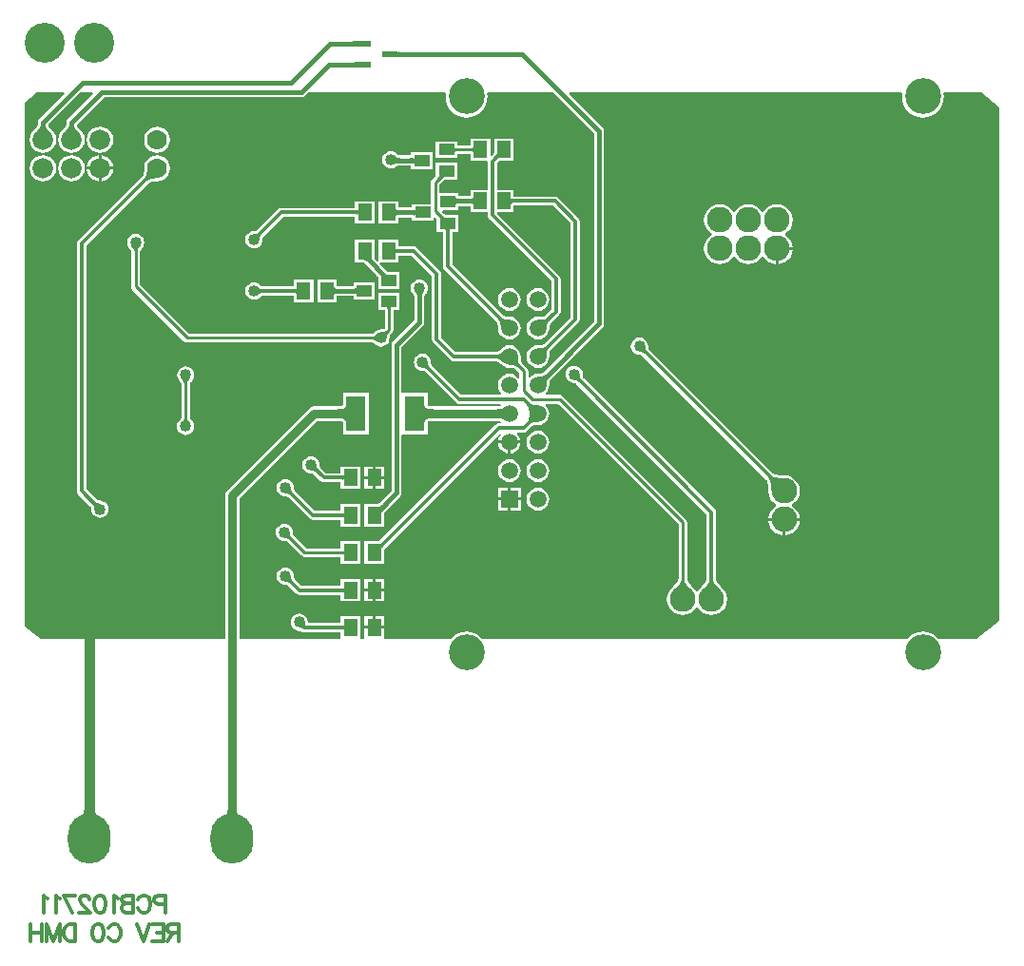
<source format=gbl>
G04 Layer_Physical_Order=2*
G04 Layer_Color=16711680*
%FSLAX24Y24*%
%MOIN*%
G70*
G01*
G75*
%ADD11C,0.0100*%
%ADD12C,0.0120*%
%ADD13C,0.0150*%
%ADD14C,0.0350*%
%ADD16C,0.0591*%
%ADD17R,0.0591X0.0591*%
%ADD18O,0.1500X0.1750*%
%ADD19C,0.1400*%
%ADD20C,0.0700*%
%ADD21C,0.0720*%
%ADD22C,0.1260*%
%ADD23C,0.0900*%
%ADD24C,0.0400*%
%ADD25R,0.0571X0.0236*%
%ADD26R,0.0492X0.0591*%
%ADD27R,0.0701X0.1240*%
%ADD28R,0.0551X0.0394*%
%ADD29C,0.0300*%
G36*
X20018Y20342D02*
X20019Y20322D01*
X20021Y20302D01*
X20024Y20283D01*
X20029Y20266D01*
X20035Y20249D01*
X20043Y20233D01*
X20052Y20217D01*
X20063Y20203D01*
X20075Y20190D01*
X19984Y20111D01*
X19971Y20123D01*
X19957Y20134D01*
X19942Y20144D01*
X19926Y20152D01*
X19909Y20160D01*
X19891Y20166D01*
X19871Y20171D01*
X19851Y20175D01*
X19830Y20178D01*
X19808Y20180D01*
X20019Y20364D01*
X20018Y20342D01*
D02*
G37*
G36*
X14704Y20776D02*
X14706Y20755D01*
X14709Y20735D01*
X14713Y20716D01*
X14719Y20698D01*
X14726Y20681D01*
X14734Y20665D01*
X14743Y20650D01*
X14754Y20636D01*
X14766Y20623D01*
X14681Y20538D01*
X14668Y20550D01*
X14654Y20561D01*
X14639Y20570D01*
X14623Y20578D01*
X14606Y20585D01*
X14588Y20591D01*
X14569Y20595D01*
X14549Y20598D01*
X14528Y20600D01*
X14506Y20600D01*
X14704Y20798D01*
X14704Y20776D01*
D02*
G37*
G36*
X18930Y20274D02*
X18914Y20256D01*
X18899Y20236D01*
X18886Y20213D01*
X18875Y20189D01*
X18866Y20163D01*
X18858Y20135D01*
X18852Y20105D01*
X18848Y20073D01*
X18846Y20039D01*
X18845Y20003D01*
X18553Y20295D01*
X18589Y20296D01*
X18623Y20298D01*
X18655Y20302D01*
X18685Y20308D01*
X18713Y20316D01*
X18739Y20325D01*
X18763Y20336D01*
X18786Y20349D01*
X18806Y20364D01*
X18824Y20380D01*
X18930Y20274D01*
D02*
G37*
G36*
X17339Y18793D02*
X17327Y18804D01*
X17313Y18814D01*
X17296Y18822D01*
X17277Y18830D01*
X17256Y18836D01*
X17233Y18841D01*
X17208Y18845D01*
X17180Y18848D01*
X17119Y18850D01*
Y19150D01*
X17150Y19151D01*
X17208Y19155D01*
X17233Y19159D01*
X17256Y19164D01*
X17277Y19170D01*
X17296Y19178D01*
X17313Y19186D01*
X17327Y19196D01*
X17339Y19207D01*
Y18793D01*
D02*
G37*
G36*
X18280Y19357D02*
X18299Y19344D01*
X18321Y19332D01*
X18346Y19322D01*
X18373Y19313D01*
X18403Y19307D01*
X18435Y19301D01*
X18470Y19298D01*
X18547Y19295D01*
X18255Y19003D01*
X18254Y19043D01*
X18249Y19115D01*
X18243Y19147D01*
X18237Y19177D01*
X18228Y19204D01*
X18218Y19229D01*
X18206Y19251D01*
X18193Y19270D01*
X18178Y19287D01*
X18263Y19372D01*
X18280Y19357D01*
D02*
G37*
G36*
X17846Y20955D02*
X17851Y20879D01*
X17856Y20845D01*
X17862Y20814D01*
X17870Y20786D01*
X17879Y20761D01*
X17890Y20739D01*
X17902Y20720D01*
X17916Y20704D01*
X17846Y20634D01*
X17830Y20648D01*
X17811Y20660D01*
X17789Y20671D01*
X17764Y20680D01*
X17736Y20688D01*
X17705Y20694D01*
X17671Y20699D01*
X17595Y20704D01*
X17553Y20705D01*
X17845Y20997D01*
X17846Y20955D01*
D02*
G37*
G36*
X12731Y24406D02*
X12732Y24400D01*
X12735Y24394D01*
X12739Y24386D01*
X12745Y24377D01*
X12752Y24367D01*
X12772Y24344D01*
X12798Y24316D01*
X12813Y24300D01*
X12601D01*
X12580Y24320D01*
X12558Y24338D01*
X12537Y24354D01*
X12516Y24368D01*
X12495Y24380D01*
X12473Y24390D01*
X12452Y24397D01*
X12431Y24403D01*
X12410Y24406D01*
X12389Y24407D01*
X12731Y24406D01*
D02*
G37*
G36*
X13559Y24809D02*
X13563Y24798D01*
X13569Y24789D01*
X13577Y24782D01*
X13588Y24775D01*
X13601Y24770D01*
X13617Y24765D01*
X13635Y24762D01*
X13655Y24761D01*
X13678Y24760D01*
Y24640D01*
X13655Y24639D01*
X13635Y24638D01*
X13617Y24635D01*
X13601Y24630D01*
X13588Y24625D01*
X13577Y24618D01*
X13569Y24611D01*
X13563Y24602D01*
X13559Y24591D01*
X13558Y24580D01*
Y24820D01*
X13559Y24809D01*
D02*
G37*
G36*
X13165Y23949D02*
X13215Y23907D01*
X13239Y23891D01*
X13261Y23879D01*
X13281Y23870D01*
X13300Y23864D01*
X13318Y23862D01*
X13334Y23864D01*
X13350Y23868D01*
X13060Y23736D01*
X13072Y23744D01*
X13079Y23755D01*
X13080Y23769D01*
X13077Y23786D01*
X13069Y23806D01*
X13056Y23828D01*
X13038Y23854D01*
X13014Y23883D01*
X12953Y23948D01*
X13137Y23976D01*
X13165Y23949D01*
D02*
G37*
G36*
X17339Y20793D02*
X17311Y20821D01*
X17256Y20868D01*
X17229Y20887D01*
X17203Y20903D01*
X17178Y20917D01*
X17154Y20927D01*
X17130Y20934D01*
X17106Y20939D01*
X17084Y20940D01*
Y21060D01*
X17106Y21061D01*
X17130Y21066D01*
X17154Y21073D01*
X17178Y21083D01*
X17203Y21097D01*
X17229Y21113D01*
X17256Y21132D01*
X17283Y21154D01*
X17339Y21207D01*
Y20793D01*
D02*
G37*
G36*
X14528Y23244D02*
X14517Y23230D01*
X14507Y23216D01*
X14498Y23201D01*
X14491Y23185D01*
X14485Y23168D01*
X14481Y23151D01*
X14478Y23133D01*
X14476Y23114D01*
X14475Y23095D01*
X14325D01*
X14324Y23114D01*
X14322Y23133D01*
X14319Y23151D01*
X14315Y23168D01*
X14309Y23185D01*
X14302Y23201D01*
X14293Y23216D01*
X14283Y23230D01*
X14272Y23244D01*
X14260Y23257D01*
X14540D01*
X14528Y23244D01*
D02*
G37*
G36*
X10386Y11662D02*
X10390Y11607D01*
X10392Y11592D01*
X10395Y11579D01*
X10399Y11567D01*
X10404Y11557D01*
X10409Y11549D01*
X10414Y11542D01*
X10329Y11458D01*
X10323Y11463D01*
X10314Y11468D01*
X10304Y11472D01*
X10293Y11476D01*
X10279Y11479D01*
X10264Y11482D01*
X10248Y11484D01*
X10209Y11486D01*
X10188Y11486D01*
X10386Y11684D01*
X10386Y11662D01*
D02*
G37*
G36*
X23685Y13179D02*
X23692Y13148D01*
X23706Y13114D01*
X23724Y13078D01*
X23748Y13040D01*
X23777Y12999D01*
X23851Y12910D01*
X23897Y12862D01*
X23947Y12811D01*
X23317D01*
X23367Y12862D01*
X23486Y12999D01*
X23516Y13040D01*
X23539Y13078D01*
X23558Y13114D01*
X23571Y13148D01*
X23579Y13179D01*
X23582Y13207D01*
X23682D01*
X23685Y13179D01*
D02*
G37*
G36*
X11742Y11380D02*
X11741Y11391D01*
X11737Y11402D01*
X11731Y11411D01*
X11723Y11418D01*
X11712Y11425D01*
X11699Y11430D01*
X11683Y11435D01*
X11665Y11438D01*
X11645Y11439D01*
X11622Y11440D01*
Y11560D01*
X11645Y11561D01*
X11665Y11562D01*
X11683Y11565D01*
X11699Y11570D01*
X11712Y11575D01*
X11723Y11582D01*
X11731Y11589D01*
X11737Y11598D01*
X11741Y11609D01*
X11742Y11620D01*
Y11380D01*
D02*
G37*
G36*
X3011Y5219D02*
X3025Y5085D01*
X3038Y5031D01*
X3053Y4985D01*
X3072Y4947D01*
X3095Y4918D01*
X3121Y4897D01*
X3151Y4885D01*
X3184Y4881D01*
X2485D01*
X2518Y4885D01*
X2548Y4897D01*
X2574Y4918D01*
X2597Y4947D01*
X2616Y4985D01*
X2632Y5031D01*
X2644Y5085D01*
X2653Y5148D01*
X2658Y5219D01*
X2660Y5298D01*
X3010D01*
X3011Y5219D01*
D02*
G37*
G36*
X7986Y5187D02*
X7991Y5128D01*
X7998Y5076D01*
X8009Y5031D01*
X8022Y4992D01*
X8038Y4961D01*
X8058Y4937D01*
X8080Y4919D01*
X8106Y4909D01*
X8134Y4905D01*
X7535D01*
X7564Y4909D01*
X7589Y4919D01*
X7611Y4937D01*
X7631Y4961D01*
X7647Y4992D01*
X7661Y5031D01*
X7671Y5076D01*
X7679Y5128D01*
X7683Y5187D01*
X7685Y5253D01*
X7985D01*
X7986Y5187D01*
D02*
G37*
G36*
X24694Y13176D02*
X24702Y13144D01*
X24715Y13110D01*
X24733Y13073D01*
X24756Y13035D01*
X24784Y12994D01*
X24817Y12952D01*
X24898Y12860D01*
X24947Y12811D01*
X24317D01*
X24365Y12860D01*
X24447Y12952D01*
X24480Y12994D01*
X24508Y13035D01*
X24531Y13073D01*
X24549Y13110D01*
X24562Y13144D01*
X24569Y13176D01*
X24572Y13206D01*
X24692D01*
X24694Y13176D01*
D02*
G37*
G36*
X11821Y18700D02*
X11818Y18728D01*
X11809Y18754D01*
X11794Y18777D01*
X11773Y18796D01*
X11746Y18813D01*
X11713Y18826D01*
X11674Y18836D01*
X11629Y18844D01*
X11578Y18849D01*
X11521Y18850D01*
Y19150D01*
X11578Y19152D01*
X11629Y19156D01*
X11674Y19164D01*
X11713Y19174D01*
X11746Y19188D01*
X11773Y19204D01*
X11794Y19224D01*
X11809Y19246D01*
X11818Y19272D01*
X11821Y19300D01*
Y18700D01*
D02*
G37*
G36*
X14581Y19272D02*
X14590Y19246D01*
X14605Y19224D01*
X14626Y19204D01*
X14653Y19188D01*
X14686Y19174D01*
X14725Y19164D01*
X14770Y19156D01*
X14821Y19152D01*
X14879Y19150D01*
Y18850D01*
X14821Y18849D01*
X14770Y18844D01*
X14725Y18836D01*
X14686Y18826D01*
X14653Y18813D01*
X14626Y18796D01*
X14605Y18777D01*
X14590Y18754D01*
X14581Y18728D01*
X14578Y18700D01*
Y19300D01*
X14581Y19272D01*
D02*
G37*
G36*
X18547Y18705D02*
X18507Y18704D01*
X18435Y18699D01*
X18403Y18693D01*
X18373Y18687D01*
X18346Y18678D01*
X18321Y18668D01*
X18299Y18656D01*
X18280Y18643D01*
X18263Y18628D01*
X18178Y18713D01*
X18193Y18730D01*
X18206Y18749D01*
X18218Y18771D01*
X18228Y18796D01*
X18237Y18823D01*
X18243Y18853D01*
X18249Y18885D01*
X18252Y18920D01*
X18255Y18997D01*
X18547Y18705D01*
D02*
G37*
G36*
X13143Y14370D02*
X13121Y14347D01*
X13087Y14306D01*
X13074Y14287D01*
X13064Y14270D01*
X13057Y14253D01*
X13052Y14238D01*
X13051Y14224D01*
X13053Y14212D01*
X13057Y14200D01*
X12938Y14418D01*
X12945Y14409D01*
X12954Y14404D01*
X12965Y14403D01*
X12979Y14406D01*
X12995Y14412D01*
X13013Y14423D01*
X13033Y14437D01*
X13056Y14456D01*
X13107Y14504D01*
X13143Y14370D01*
D02*
G37*
G36*
X13164Y15682D02*
X13137Y15654D01*
X13093Y15602D01*
X13077Y15578D01*
X13064Y15556D01*
X13056Y15536D01*
X13051Y15517D01*
X13049Y15500D01*
X13052Y15484D01*
X13058Y15470D01*
X12895Y15732D01*
X12905Y15721D01*
X12917Y15715D01*
X12932Y15714D01*
X12949Y15717D01*
X12969Y15725D01*
X12991Y15738D01*
X13016Y15756D01*
X13044Y15779D01*
X13107Y15838D01*
X13164Y15682D01*
D02*
G37*
G36*
X34740Y29740D02*
Y11737D01*
X33926Y11100D01*
X32598D01*
X32569Y11135D01*
X32458Y11226D01*
X32331Y11294D01*
X32193Y11336D01*
X32050Y11350D01*
X31907Y11336D01*
X31769Y11294D01*
X31642Y11226D01*
X31531Y11135D01*
X31502Y11100D01*
X16598D01*
X16569Y11135D01*
X16458Y11226D01*
X16331Y11294D01*
X16193Y11336D01*
X16050Y11350D01*
X15907Y11336D01*
X15769Y11294D01*
X15642Y11226D01*
X15531Y11135D01*
X15502Y11100D01*
X13207D01*
X13159Y11105D01*
X13159Y11150D01*
Y11450D01*
X12813D01*
X12467D01*
X12467Y11105D01*
X12419Y11100D01*
X12381D01*
X12333Y11105D01*
X12333Y11150D01*
Y11895D01*
X11641D01*
Y11663D01*
X10531D01*
X10488Y11686D01*
X10478Y11764D01*
X10448Y11837D01*
X10400Y11900D01*
X10337Y11948D01*
X10264Y11978D01*
X10186Y11988D01*
X10108Y11978D01*
X10035Y11948D01*
X9972Y11900D01*
X9924Y11837D01*
X9894Y11764D01*
X9883Y11686D01*
X9894Y11608D01*
X9924Y11535D01*
X9972Y11472D01*
X10035Y11424D01*
X10108Y11394D01*
X10186Y11383D01*
X10191Y11384D01*
X10207Y11384D01*
X10239Y11382D01*
X10250Y11381D01*
X10259Y11379D01*
X10265Y11378D01*
X10268Y11377D01*
X10309Y11349D01*
X10372Y11337D01*
X11641D01*
X11641Y11105D01*
X11593Y11100D01*
X8090D01*
Y16029D01*
X10806Y18745D01*
X11590D01*
X11616Y18743D01*
X11653Y18737D01*
X11681Y18729D01*
X11700Y18721D01*
X11711Y18714D01*
X11716Y18710D01*
X11717Y18708D01*
X11718Y18706D01*
X11720Y18689D01*
X11720Y18689D01*
Y18280D01*
X12621D01*
Y19720D01*
X11720D01*
Y19311D01*
X11720Y19311D01*
X11718Y19294D01*
X11717Y19292D01*
X11716Y19290D01*
X11711Y19286D01*
X11700Y19279D01*
X11681Y19271D01*
X11653Y19263D01*
X11616Y19257D01*
X11590Y19255D01*
X10700D01*
X10602Y19236D01*
X10520Y19180D01*
X7654Y16315D01*
X7599Y16232D01*
X7580Y16135D01*
Y11100D01*
X1112D01*
X570Y11525D01*
Y29910D01*
X1004Y30250D01*
X1932D01*
X1951Y30204D01*
X1074Y29326D01*
X1035Y29268D01*
X1022Y29200D01*
Y29151D01*
X1019Y29136D01*
X1013Y29117D01*
X1004Y29095D01*
X992Y29072D01*
X976Y29047D01*
X958Y29021D01*
X906Y28960D01*
X884Y28937D01*
X872Y28928D01*
X798Y28832D01*
X752Y28720D01*
X736Y28600D01*
X752Y28480D01*
X798Y28368D01*
X872Y28272D01*
X968Y28198D01*
X1080Y28152D01*
X1200Y28136D01*
X1320Y28152D01*
X1432Y28198D01*
X1528Y28272D01*
X1602Y28368D01*
X1648Y28480D01*
X1664Y28600D01*
X1648Y28720D01*
X1602Y28832D01*
X1528Y28928D01*
X1518Y28936D01*
X1465Y28992D01*
X1443Y29020D01*
X1424Y29047D01*
X1408Y29072D01*
X1396Y29095D01*
X1387Y29117D01*
X1383Y29131D01*
X2502Y30250D01*
X2932D01*
X2951Y30204D01*
X2074Y29326D01*
X2035Y29268D01*
X2022Y29200D01*
Y29151D01*
X2019Y29136D01*
X2013Y29117D01*
X2004Y29095D01*
X1992Y29072D01*
X1976Y29047D01*
X1958Y29021D01*
X1906Y28960D01*
X1884Y28937D01*
X1872Y28928D01*
X1798Y28832D01*
X1752Y28720D01*
X1736Y28600D01*
X1752Y28480D01*
X1798Y28368D01*
X1872Y28272D01*
X1968Y28198D01*
X2080Y28152D01*
X2200Y28136D01*
X2320Y28152D01*
X2432Y28198D01*
X2528Y28272D01*
X2602Y28368D01*
X2648Y28480D01*
X2664Y28600D01*
X2648Y28720D01*
X2602Y28832D01*
X2528Y28928D01*
X2518Y28936D01*
X2465Y28992D01*
X2443Y29020D01*
X2424Y29047D01*
X2408Y29072D01*
X2396Y29095D01*
X2387Y29117D01*
X2383Y29131D01*
X3350Y30098D01*
X10276D01*
X10344Y30111D01*
X10402Y30150D01*
X10502Y30250D01*
X15292D01*
X15326Y30213D01*
X15316Y30117D01*
X15331Y29973D01*
X15372Y29836D01*
X15440Y29709D01*
X15531Y29598D01*
X15642Y29507D01*
X15769Y29439D01*
X15907Y29397D01*
X16050Y29383D01*
X16193Y29397D01*
X16331Y29439D01*
X16458Y29507D01*
X16569Y29598D01*
X16660Y29709D01*
X16728Y29836D01*
X16769Y29973D01*
X16784Y30117D01*
X16774Y30213D01*
X16808Y30250D01*
X19098D01*
X20522Y28826D01*
Y22224D01*
X18739Y20441D01*
X18730Y20435D01*
X18716Y20427D01*
X18700Y20419D01*
X18682Y20413D01*
X18662Y20407D01*
X18639Y20403D01*
X18613Y20400D01*
X18585Y20398D01*
X18560Y20397D01*
X18550Y20399D01*
X18447Y20385D01*
X18351Y20345D01*
X18268Y20282D01*
X18260Y20272D01*
X18213Y20288D01*
Y20490D01*
X18201Y20549D01*
X18168Y20598D01*
X17984Y20783D01*
X17979Y20790D01*
X17973Y20802D01*
X17967Y20818D01*
X17961Y20838D01*
X17956Y20863D01*
X17952Y20889D01*
X17948Y20958D01*
X17947Y20989D01*
X17949Y21000D01*
X17935Y21103D01*
X17895Y21199D01*
X17832Y21282D01*
X17749Y21345D01*
X17653Y21385D01*
X17550Y21399D01*
X17447Y21385D01*
X17351Y21345D01*
X17268Y21282D01*
X17262Y21274D01*
X17216Y21231D01*
X17194Y21213D01*
X17172Y21198D01*
X17153Y21185D01*
X17135Y21176D01*
X17119Y21169D01*
X17105Y21165D01*
X17095Y21163D01*
X15668D01*
X15163Y21668D01*
Y23900D01*
X15151Y23962D01*
X15115Y24015D01*
X14315Y24815D01*
X14262Y24851D01*
X14200Y24863D01*
X13659D01*
Y25095D01*
X12967D01*
Y24363D01*
X12917Y24342D01*
X12847Y24412D01*
X12833Y24430D01*
Y25095D01*
X12141D01*
Y24305D01*
X12394D01*
X12399Y24304D01*
X12411Y24303D01*
X12423Y24300D01*
X12435Y24295D01*
X12449Y24289D01*
X12463Y24281D01*
X12478Y24271D01*
X12495Y24259D01*
X12504Y24251D01*
X12910Y23845D01*
X12937Y23815D01*
X12956Y23792D01*
X12957Y23791D01*
Y23377D01*
X13709D01*
Y23971D01*
X13305D01*
X13293Y23978D01*
X13277Y23989D01*
X13240Y24020D01*
X13005Y24255D01*
X13025Y24305D01*
X13659D01*
Y24537D01*
X14132D01*
X14837Y23832D01*
Y21600D01*
X14849Y21538D01*
X14885Y21485D01*
X15485Y20885D01*
X15538Y20849D01*
X15600Y20837D01*
X17095D01*
X17105Y20835D01*
X17119Y20831D01*
X17135Y20824D01*
X17153Y20815D01*
X17172Y20802D01*
X17193Y20788D01*
X17242Y20746D01*
X17262Y20727D01*
X17268Y20718D01*
X17351Y20655D01*
X17447Y20615D01*
X17550Y20601D01*
X17561Y20603D01*
X17592Y20602D01*
X17661Y20598D01*
X17687Y20594D01*
X17712Y20589D01*
X17732Y20583D01*
X17748Y20577D01*
X17760Y20571D01*
X17767Y20566D01*
X17907Y20427D01*
Y20266D01*
X17857Y20249D01*
X17832Y20282D01*
X17749Y20345D01*
X17653Y20385D01*
X17550Y20399D01*
X17447Y20385D01*
X17351Y20345D01*
X17268Y20282D01*
X17205Y20199D01*
X17165Y20103D01*
X17151Y20000D01*
X17165Y19897D01*
X17205Y19801D01*
X17268Y19718D01*
X17278Y19710D01*
X17262Y19663D01*
X15872D01*
X14829Y20705D01*
X14827Y20708D01*
X14823Y20715D01*
X14819Y20723D01*
X14815Y20732D01*
X14812Y20743D01*
X14809Y20754D01*
X14807Y20767D01*
X14806Y20781D01*
X14806Y20796D01*
X14807Y20800D01*
X14796Y20878D01*
X14766Y20951D01*
X14718Y21014D01*
X14655Y21062D01*
X14582Y21092D01*
X14504Y21103D01*
X14426Y21092D01*
X14353Y21062D01*
X14290Y21014D01*
X14242Y20951D01*
X14212Y20878D01*
X14201Y20800D01*
X14212Y20722D01*
X14242Y20649D01*
X14290Y20586D01*
X14353Y20538D01*
X14426Y20508D01*
X14504Y20497D01*
X14508Y20498D01*
X14523Y20498D01*
X14537Y20497D01*
X14550Y20495D01*
X14561Y20492D01*
X14572Y20489D01*
X14581Y20485D01*
X14589Y20481D01*
X14596Y20477D01*
X14599Y20475D01*
X15689Y19385D01*
X15742Y19349D01*
X15804Y19337D01*
X17235D01*
X17257Y19287D01*
X17238Y19265D01*
X17231Y19263D01*
X17214Y19259D01*
X17196Y19256D01*
X17176Y19255D01*
X14810D01*
X14783Y19257D01*
X14747Y19263D01*
X14719Y19271D01*
X14699Y19279D01*
X14687Y19286D01*
X14683Y19290D01*
X14681Y19292D01*
X14681Y19294D01*
X14680Y19301D01*
Y19720D01*
X13828D01*
X13779Y19720D01*
X13778Y19770D01*
Y21326D01*
X14526Y22074D01*
X14565Y22132D01*
X14578Y22200D01*
X14578Y22200D01*
Y23117D01*
X14579Y23118D01*
X14580Y23129D01*
X14583Y23138D01*
X14586Y23147D01*
X14590Y23155D01*
X14594Y23162D01*
X14599Y23170D01*
X14605Y23177D01*
X14611Y23184D01*
X14614Y23186D01*
X14662Y23249D01*
X14692Y23322D01*
X14703Y23400D01*
X14692Y23478D01*
X14662Y23551D01*
X14614Y23614D01*
X14551Y23662D01*
X14478Y23692D01*
X14400Y23703D01*
X14322Y23692D01*
X14249Y23662D01*
X14186Y23614D01*
X14138Y23551D01*
X14108Y23478D01*
X14097Y23400D01*
X14108Y23322D01*
X14138Y23249D01*
X14186Y23186D01*
X14189Y23184D01*
X14195Y23177D01*
X14201Y23170D01*
X14206Y23162D01*
X14210Y23155D01*
X14214Y23147D01*
X14217Y23138D01*
X14220Y23129D01*
X14221Y23118D01*
X14222Y23117D01*
Y22274D01*
X13474Y21526D01*
X13435Y21468D01*
X13422Y21400D01*
Y16298D01*
X13006Y15882D01*
X12977Y15856D01*
X12955Y15838D01*
X12948Y15833D01*
X12904D01*
X12902Y15833D01*
X12897Y15833D01*
X12467D01*
Y15042D01*
X13159D01*
Y15469D01*
X13160Y15473D01*
X13159Y15476D01*
Y15517D01*
X13163Y15524D01*
X13174Y15540D01*
X13207Y15579D01*
X13726Y16098D01*
X13765Y16156D01*
X13778Y16224D01*
Y18230D01*
X13779Y18280D01*
X13828Y18280D01*
X14680D01*
Y18699D01*
X14681Y18706D01*
X14681Y18708D01*
X14683Y18710D01*
X14687Y18714D01*
X14699Y18721D01*
X14719Y18729D01*
X14747Y18737D01*
X14783Y18743D01*
X14810Y18745D01*
X17181D01*
X17195Y18744D01*
X17214Y18741D01*
X17231Y18737D01*
X17238Y18735D01*
X17257Y18713D01*
X17235Y18663D01*
X17188D01*
X17126Y18651D01*
X17073Y18615D01*
X13011Y14553D01*
X12989Y14533D01*
X12974Y14520D01*
X12467D01*
Y13730D01*
X13159D01*
Y14232D01*
X13160Y14233D01*
X13168Y14244D01*
X13192Y14273D01*
X17218Y18299D01*
X17256Y18266D01*
X17205Y18199D01*
X17165Y18103D01*
X17158Y18050D01*
X17550D01*
X17942D01*
X17935Y18103D01*
X17895Y18199D01*
X17832Y18282D01*
X17822Y18290D01*
X17838Y18337D01*
X18050D01*
X18112Y18349D01*
X18165Y18385D01*
X18344Y18563D01*
X18352Y18569D01*
X18365Y18576D01*
X18381Y18582D01*
X18400Y18588D01*
X18423Y18593D01*
X18447Y18597D01*
X18512Y18602D01*
X18539Y18603D01*
X18550Y18601D01*
X18653Y18615D01*
X18749Y18655D01*
X18832Y18718D01*
X18895Y18801D01*
X18935Y18897D01*
X18949Y19000D01*
X18935Y19103D01*
X18895Y19199D01*
X18832Y19282D01*
X18812Y19297D01*
X18829Y19347D01*
X19257D01*
X23479Y15125D01*
Y13201D01*
X23478Y13196D01*
X23474Y13179D01*
X23465Y13157D01*
X23451Y13129D01*
X23431Y13097D01*
X23406Y13062D01*
X23292Y12931D01*
X23256Y12895D01*
X23240Y12882D01*
X23151Y12767D01*
X23096Y12633D01*
X23077Y12490D01*
X23096Y12346D01*
X23151Y12212D01*
X23240Y12098D01*
X23355Y12009D01*
X23488Y11954D01*
X23632Y11935D01*
X23775Y11954D01*
X23909Y12009D01*
X24024Y12098D01*
X24103Y12200D01*
X24119Y12204D01*
X24145D01*
X24161Y12200D01*
X24240Y12098D01*
X24355Y12009D01*
X24488Y11954D01*
X24632Y11935D01*
X24775Y11954D01*
X24909Y12009D01*
X25024Y12098D01*
X25112Y12212D01*
X25168Y12346D01*
X25187Y12490D01*
X25168Y12633D01*
X25112Y12767D01*
X25024Y12882D01*
X25008Y12895D01*
X24973Y12930D01*
X24895Y13017D01*
X24866Y13055D01*
X24841Y13090D01*
X24822Y13122D01*
X24809Y13150D01*
X24800Y13173D01*
X24795Y13192D01*
X24795Y13196D01*
Y15548D01*
X24783Y15611D01*
X24747Y15663D01*
X20139Y20272D01*
X20137Y20275D01*
X20133Y20281D01*
X20129Y20289D01*
X20126Y20297D01*
X20124Y20306D01*
X20122Y20316D01*
X20121Y20328D01*
X20120Y20341D01*
X20121Y20359D01*
X20120Y20364D01*
X20123Y20380D01*
X20112Y20458D01*
X20082Y20531D01*
X20034Y20594D01*
X19971Y20642D01*
X19898Y20672D01*
X19820Y20683D01*
X19742Y20672D01*
X19669Y20642D01*
X19606Y20594D01*
X19558Y20531D01*
X19528Y20458D01*
X19517Y20380D01*
X19528Y20302D01*
X19558Y20229D01*
X19606Y20166D01*
X19669Y20118D01*
X19742Y20088D01*
X19790Y20081D01*
X19799Y20079D01*
X19818Y20077D01*
X19834Y20075D01*
X19848Y20072D01*
X19860Y20069D01*
X19871Y20065D01*
X19881Y20060D01*
X19890Y20056D01*
X19898Y20051D01*
X19901Y20048D01*
X24469Y15481D01*
Y13196D01*
X24468Y13192D01*
X24464Y13173D01*
X24455Y13150D01*
X24441Y13122D01*
X24422Y13090D01*
X24398Y13055D01*
X24369Y13017D01*
X24291Y12930D01*
X24256Y12895D01*
X24240Y12882D01*
X24161Y12780D01*
X24145Y12776D01*
X24119D01*
X24103Y12780D01*
X24024Y12882D01*
X24007Y12895D01*
X23970Y12933D01*
X23928Y12978D01*
X23858Y13062D01*
X23833Y13097D01*
X23813Y13129D01*
X23799Y13157D01*
X23790Y13179D01*
X23785Y13196D01*
X23785Y13201D01*
Y15188D01*
X23773Y15247D01*
X23740Y15296D01*
X19428Y19608D01*
X19379Y19641D01*
X19320Y19653D01*
X18829D01*
X18812Y19703D01*
X18832Y19718D01*
X18895Y19801D01*
X18935Y19897D01*
X18949Y20000D01*
X18947Y20010D01*
X18948Y20035D01*
X18950Y20063D01*
X18953Y20089D01*
X18957Y20112D01*
X18963Y20132D01*
X18969Y20150D01*
X18977Y20166D01*
X18985Y20180D01*
X18991Y20189D01*
X20826Y22024D01*
X20865Y22082D01*
X20878Y22150D01*
Y28900D01*
X20878Y28900D01*
X20865Y28968D01*
X20826Y29026D01*
X20826Y29026D01*
X19649Y30204D01*
X19668Y30250D01*
X31292D01*
X31326Y30213D01*
X31316Y30117D01*
X31331Y29973D01*
X31372Y29836D01*
X31440Y29709D01*
X31531Y29598D01*
X31642Y29507D01*
X31769Y29439D01*
X31907Y29397D01*
X32050Y29383D01*
X32193Y29397D01*
X32331Y29439D01*
X32458Y29507D01*
X32569Y29598D01*
X32660Y29709D01*
X32728Y29836D01*
X32769Y29973D01*
X32784Y30117D01*
X32774Y30213D01*
X32808Y30250D01*
X34089D01*
X34740Y29740D01*
D02*
G37*
G36*
X2277Y29140D02*
X2282Y29112D01*
X2291Y29082D01*
X2303Y29052D01*
X2319Y29022D01*
X2339Y28990D01*
X2362Y28958D01*
X2388Y28925D01*
X2452Y28857D01*
X1948D01*
X1982Y28891D01*
X2038Y28958D01*
X2061Y28990D01*
X2081Y29022D01*
X2097Y29052D01*
X2109Y29082D01*
X2118Y29112D01*
X2123Y29140D01*
X2125Y29168D01*
X2275D01*
X2277Y29140D01*
D02*
G37*
G36*
X1277D02*
X1282Y29112D01*
X1291Y29082D01*
X1303Y29052D01*
X1319Y29022D01*
X1339Y28990D01*
X1362Y28958D01*
X1388Y28925D01*
X1452Y28857D01*
X948D01*
X982Y28891D01*
X1038Y28958D01*
X1061Y28990D01*
X1081Y29022D01*
X1097Y29052D01*
X1109Y29082D01*
X1118Y29112D01*
X1123Y29140D01*
X1125Y29168D01*
X1275D01*
X1277Y29140D01*
D02*
G37*
G36*
X12153Y31857D02*
X12152Y31865D01*
X12147Y31872D01*
X12140Y31878D01*
X12129Y31884D01*
X12116Y31889D01*
X12099Y31892D01*
X12080Y31895D01*
X12057Y31897D01*
X12003Y31899D01*
Y32049D01*
X12032Y32049D01*
X12080Y32053D01*
X12099Y32056D01*
X12116Y32059D01*
X12129Y32064D01*
X12140Y32070D01*
X12147Y32076D01*
X12152Y32083D01*
X12153Y32091D01*
Y31857D01*
D02*
G37*
G36*
X13648Y31709D02*
X13653Y31702D01*
X13660Y31696D01*
X13671Y31690D01*
X13684Y31685D01*
X13701Y31682D01*
X13720Y31679D01*
X13743Y31677D01*
X13797Y31675D01*
Y31525D01*
X13768Y31525D01*
X13720Y31521D01*
X13701Y31518D01*
X13684Y31515D01*
X13671Y31510D01*
X13660Y31504D01*
X13653Y31498D01*
X13648Y31491D01*
X13647Y31483D01*
Y31717D01*
X13648Y31709D01*
D02*
G37*
G36*
X12153Y31109D02*
X12152Y31117D01*
X12147Y31124D01*
X12140Y31130D01*
X12129Y31136D01*
X12116Y31141D01*
X12099Y31144D01*
X12080Y31147D01*
X12057Y31149D01*
X12003Y31151D01*
Y31301D01*
X12032Y31301D01*
X12080Y31305D01*
X12099Y31308D01*
X12116Y31311D01*
X12129Y31316D01*
X12140Y31322D01*
X12147Y31328D01*
X12152Y31335D01*
X12153Y31343D01*
Y31109D01*
D02*
G37*
%LPC*%
G36*
X18550Y17399D02*
X18447Y17385D01*
X18351Y17345D01*
X18268Y17282D01*
X18205Y17199D01*
X18165Y17103D01*
X18151Y17000D01*
X18165Y16897D01*
X18205Y16801D01*
X18268Y16718D01*
X18351Y16655D01*
X18447Y16615D01*
X18550Y16601D01*
X18653Y16615D01*
X18749Y16655D01*
X18832Y16718D01*
X18895Y16801D01*
X18935Y16897D01*
X18949Y17000D01*
X18935Y17103D01*
X18895Y17199D01*
X18832Y17282D01*
X18749Y17345D01*
X18653Y17385D01*
X18550Y17399D01*
D02*
G37*
G36*
X13159Y17145D02*
X12863D01*
Y16800D01*
X13159D01*
Y17145D01*
D02*
G37*
G36*
X12763D02*
X12467D01*
Y16800D01*
X12763D01*
Y17145D01*
D02*
G37*
G36*
X10600Y17503D02*
X10522Y17492D01*
X10449Y17462D01*
X10386Y17414D01*
X10338Y17351D01*
X10308Y17278D01*
X10297Y17200D01*
X10308Y17122D01*
X10338Y17049D01*
X10386Y16986D01*
X10449Y16938D01*
X10522Y16908D01*
X10600Y16897D01*
X10604Y16898D01*
X10619Y16898D01*
X10633Y16897D01*
X10646Y16895D01*
X10657Y16892D01*
X10668Y16889D01*
X10677Y16885D01*
X10685Y16881D01*
X10692Y16877D01*
X10695Y16875D01*
X10935Y16635D01*
X10988Y16599D01*
X11050Y16587D01*
X11641D01*
Y16355D01*
X12333D01*
Y17145D01*
X11641D01*
Y16913D01*
X11118D01*
X10925Y17105D01*
X10923Y17108D01*
X10919Y17115D01*
X10915Y17123D01*
X10911Y17132D01*
X10908Y17143D01*
X10905Y17154D01*
X10903Y17167D01*
X10902Y17181D01*
X10902Y17196D01*
X10903Y17200D01*
X10892Y17278D01*
X10862Y17351D01*
X10814Y17414D01*
X10751Y17462D01*
X10678Y17492D01*
X10600Y17503D01*
D02*
G37*
G36*
X17945Y16395D02*
X17600D01*
Y16050D01*
X17945D01*
Y16395D01*
D02*
G37*
G36*
X12763Y16700D02*
X12467D01*
Y16355D01*
X12763D01*
Y16700D01*
D02*
G37*
G36*
X17550Y17399D02*
X17447Y17385D01*
X17351Y17345D01*
X17268Y17282D01*
X17205Y17199D01*
X17165Y17103D01*
X17151Y17000D01*
X17165Y16897D01*
X17205Y16801D01*
X17268Y16718D01*
X17351Y16655D01*
X17447Y16615D01*
X17550Y16601D01*
X17653Y16615D01*
X17749Y16655D01*
X17832Y16718D01*
X17895Y16801D01*
X17935Y16897D01*
X17949Y17000D01*
X17935Y17103D01*
X17895Y17199D01*
X17832Y17282D01*
X17749Y17345D01*
X17653Y17385D01*
X17550Y17399D01*
D02*
G37*
G36*
X13159Y16700D02*
X12863D01*
Y16355D01*
X13159D01*
Y16700D01*
D02*
G37*
G36*
X3200Y29064D02*
X3080Y29048D01*
X2968Y29002D01*
X2872Y28928D01*
X2798Y28832D01*
X2752Y28720D01*
X2736Y28600D01*
X2752Y28480D01*
X2798Y28368D01*
X2872Y28272D01*
X2968Y28198D01*
X3080Y28152D01*
X3200Y28136D01*
X3320Y28152D01*
X3432Y28198D01*
X3528Y28272D01*
X3602Y28368D01*
X3648Y28480D01*
X3664Y28600D01*
X3648Y28720D01*
X3602Y28832D01*
X3528Y28928D01*
X3432Y29002D01*
X3320Y29048D01*
X3200Y29064D01*
D02*
G37*
G36*
X5200Y29054D02*
X5083Y29038D01*
X4973Y28993D01*
X4879Y28921D01*
X4807Y28827D01*
X4762Y28717D01*
X4746Y28600D01*
X4762Y28483D01*
X4807Y28373D01*
X4879Y28279D01*
X4973Y28207D01*
X5083Y28162D01*
X5200Y28146D01*
X5317Y28162D01*
X5427Y28207D01*
X5521Y28279D01*
X5593Y28373D01*
X5638Y28483D01*
X5654Y28600D01*
X5638Y28717D01*
X5593Y28827D01*
X5521Y28921D01*
X5427Y28993D01*
X5317Y29038D01*
X5200Y29054D01*
D02*
G37*
G36*
X3250Y28057D02*
Y27650D01*
X3657D01*
X3648Y27720D01*
X3602Y27832D01*
X3528Y27928D01*
X3432Y28002D01*
X3320Y28048D01*
X3250Y28057D01*
D02*
G37*
G36*
X17709Y28645D02*
X17017D01*
Y28143D01*
X17017Y28142D01*
X17009Y28131D01*
X16984Y28102D01*
X16929Y28046D01*
X16883Y28065D01*
Y28645D01*
X16191D01*
Y28403D01*
X15726D01*
Y28547D01*
X14974D01*
Y27953D01*
X15726D01*
Y28097D01*
X16191D01*
Y27855D01*
X16772D01*
X16787Y27837D01*
Y26845D01*
X16191D01*
Y26630D01*
X16183Y26629D01*
X16174Y26628D01*
X15775D01*
X15766Y26629D01*
X15759Y26630D01*
Y26721D01*
X15103D01*
Y27039D01*
X15243Y27178D01*
X15247Y27182D01*
X15256Y27189D01*
X15264Y27194D01*
X15272Y27198D01*
X15278Y27201D01*
X15284Y27203D01*
X15288Y27205D01*
X15292Y27205D01*
X15726D01*
Y27799D01*
X14974D01*
Y27344D01*
X14961Y27329D01*
X14842Y27210D01*
X14809Y27160D01*
X14797Y27102D01*
Y26347D01*
X14141D01*
Y26230D01*
X14134Y26229D01*
X14125Y26228D01*
X13676D01*
X13667Y26229D01*
X13659Y26230D01*
Y26445D01*
X12967D01*
Y25655D01*
X13659D01*
Y25870D01*
X13667Y25871D01*
X13676Y25872D01*
X14125D01*
X14134Y25871D01*
X14141Y25870D01*
Y25753D01*
X14893D01*
Y25885D01*
X14939Y25904D01*
X15007Y25835D01*
Y25379D01*
X15220D01*
Y24167D01*
X15232Y24104D01*
X15268Y24052D01*
X17113Y22206D01*
X17119Y22198D01*
X17126Y22185D01*
X17132Y22169D01*
X17138Y22150D01*
X17143Y22127D01*
X17147Y22103D01*
X17152Y22038D01*
X17153Y22011D01*
X17151Y22000D01*
X17165Y21897D01*
X17205Y21801D01*
X17268Y21718D01*
X17351Y21655D01*
X17447Y21615D01*
X17550Y21601D01*
X17653Y21615D01*
X17749Y21655D01*
X17832Y21718D01*
X17895Y21801D01*
X17935Y21897D01*
X17949Y22000D01*
X17935Y22103D01*
X17895Y22199D01*
X17832Y22282D01*
X17749Y22345D01*
X17653Y22385D01*
X17550Y22399D01*
X17541Y22397D01*
X17477Y22399D01*
X17449Y22402D01*
X17423Y22407D01*
X17400Y22412D01*
X17381Y22418D01*
X17365Y22424D01*
X17352Y22431D01*
X17344Y22437D01*
X15546Y24234D01*
Y25379D01*
X15759D01*
Y25973D01*
X15325D01*
X15322Y25973D01*
X15317Y25975D01*
X15311Y25977D01*
X15305Y25980D01*
X15297Y25984D01*
X15289Y25989D01*
X15280Y25996D01*
X15276Y26000D01*
X15194Y26081D01*
X15214Y26127D01*
X15759D01*
Y26270D01*
X15766Y26271D01*
X15775Y26272D01*
X16174D01*
X16183Y26271D01*
X16191Y26270D01*
Y26055D01*
X16787D01*
Y25950D01*
X16799Y25888D01*
X16835Y25835D01*
X19019Y23650D01*
Y22650D01*
X18785Y22415D01*
X18777Y22410D01*
X18765Y22404D01*
X18751Y22399D01*
X18734Y22394D01*
X18714Y22391D01*
X18690Y22389D01*
X18664Y22389D01*
X18634Y22390D01*
X18599Y22394D01*
X18590Y22393D01*
X18550Y22399D01*
X18447Y22385D01*
X18351Y22345D01*
X18268Y22282D01*
X18205Y22199D01*
X18165Y22103D01*
X18151Y22000D01*
X18165Y21897D01*
X18205Y21801D01*
X18268Y21718D01*
X18351Y21655D01*
X18447Y21615D01*
X18550Y21601D01*
X18653Y21615D01*
X18749Y21655D01*
X18832Y21718D01*
X18895Y21801D01*
X18935Y21897D01*
X18941Y21945D01*
X18945Y21955D01*
X18950Y21995D01*
X18955Y22029D01*
X18969Y22091D01*
X18976Y22114D01*
X18984Y22135D01*
X18992Y22153D01*
X19000Y22166D01*
X19005Y22175D01*
X19298Y22467D01*
X19333Y22520D01*
X19345Y22582D01*
Y23718D01*
X19333Y23780D01*
X19298Y23833D01*
X17126Y26005D01*
X17144Y26055D01*
X17709D01*
Y26287D01*
X19086D01*
X19697Y25676D01*
Y22378D01*
X18756Y21437D01*
X18748Y21431D01*
X18735Y21424D01*
X18719Y21418D01*
X18700Y21412D01*
X18677Y21407D01*
X18653Y21403D01*
X18588Y21398D01*
X18561Y21397D01*
X18550Y21399D01*
X18447Y21385D01*
X18351Y21345D01*
X18268Y21282D01*
X18205Y21199D01*
X18165Y21103D01*
X18151Y21000D01*
X18165Y20897D01*
X18205Y20801D01*
X18268Y20718D01*
X18351Y20655D01*
X18447Y20615D01*
X18550Y20601D01*
X18653Y20615D01*
X18749Y20655D01*
X18832Y20718D01*
X18895Y20801D01*
X18935Y20897D01*
X18949Y21000D01*
X18947Y21009D01*
X18949Y21073D01*
X18952Y21101D01*
X18957Y21127D01*
X18962Y21150D01*
X18968Y21169D01*
X18974Y21185D01*
X18981Y21198D01*
X18987Y21206D01*
X19975Y22195D01*
X20011Y22248D01*
X20023Y22310D01*
Y25744D01*
X20011Y25806D01*
X19975Y25859D01*
X19269Y26565D01*
X19216Y26601D01*
X19154Y26613D01*
X17709D01*
Y26845D01*
X17113D01*
Y27769D01*
X17166Y27822D01*
X17188Y27842D01*
X17203Y27855D01*
X17709D01*
Y28645D01*
D02*
G37*
G36*
X17500Y17950D02*
X17158D01*
X17165Y17897D01*
X17205Y17801D01*
X17268Y17718D01*
X17351Y17655D01*
X17447Y17615D01*
X17500Y17608D01*
Y17950D01*
D02*
G37*
G36*
X18550Y18399D02*
X18447Y18385D01*
X18351Y18345D01*
X18268Y18282D01*
X18205Y18199D01*
X18165Y18103D01*
X18151Y18000D01*
X18165Y17897D01*
X18205Y17801D01*
X18268Y17718D01*
X18351Y17655D01*
X18447Y17615D01*
X18550Y17601D01*
X18653Y17615D01*
X18749Y17655D01*
X18832Y17718D01*
X18895Y17801D01*
X18935Y17897D01*
X18949Y18000D01*
X18935Y18103D01*
X18895Y18199D01*
X18832Y18282D01*
X18749Y18345D01*
X18653Y18385D01*
X18550Y18399D01*
D02*
G37*
G36*
X6208Y20653D02*
X6130Y20642D01*
X6057Y20612D01*
X5994Y20564D01*
X5946Y20501D01*
X5916Y20428D01*
X5905Y20350D01*
X5916Y20272D01*
X5946Y20199D01*
X5984Y20149D01*
X5987Y20145D01*
X5992Y20139D01*
X5994Y20136D01*
X5995Y20135D01*
X6002Y20128D01*
X6013Y20114D01*
X6023Y20100D01*
X6031Y20088D01*
X6037Y20077D01*
X6041Y20067D01*
X6045Y20058D01*
X6047Y20051D01*
X6047Y20048D01*
Y18855D01*
X6047Y18852D01*
X6045Y18845D01*
X6042Y18836D01*
X6037Y18827D01*
X6031Y18817D01*
X6024Y18806D01*
X6001Y18779D01*
X5990Y18767D01*
X5986Y18764D01*
X5938Y18701D01*
X5908Y18628D01*
X5897Y18550D01*
X5908Y18472D01*
X5938Y18399D01*
X5986Y18336D01*
X6049Y18288D01*
X6122Y18258D01*
X6200Y18247D01*
X6278Y18258D01*
X6351Y18288D01*
X6414Y18336D01*
X6462Y18399D01*
X6492Y18472D01*
X6503Y18550D01*
X6492Y18628D01*
X6462Y18701D01*
X6414Y18764D01*
X6410Y18767D01*
X6398Y18780D01*
X6386Y18793D01*
X6377Y18805D01*
X6369Y18817D01*
X6363Y18827D01*
X6358Y18836D01*
X6355Y18845D01*
X6353Y18852D01*
X6353Y18855D01*
Y20043D01*
X6353Y20046D01*
X6355Y20053D01*
X6358Y20060D01*
X6362Y20069D01*
X6368Y20079D01*
X6376Y20089D01*
X6386Y20101D01*
X6397Y20113D01*
X6413Y20128D01*
X6414Y20130D01*
X6422Y20136D01*
X6470Y20199D01*
X6500Y20272D01*
X6510Y20350D01*
X6500Y20428D01*
X6470Y20501D01*
X6422Y20564D01*
X6359Y20612D01*
X6286Y20642D01*
X6208Y20653D01*
D02*
G37*
G36*
X17942Y17950D02*
X17600D01*
Y17608D01*
X17653Y17615D01*
X17749Y17655D01*
X17832Y17718D01*
X17895Y17801D01*
X17935Y17897D01*
X17942Y17950D01*
D02*
G37*
G36*
X12763Y13208D02*
X12467D01*
Y12862D01*
X12763D01*
Y13208D01*
D02*
G37*
G36*
X13159Y12763D02*
X12863D01*
Y12417D01*
X13159D01*
Y12763D01*
D02*
G37*
G36*
X9665Y15138D02*
X9586Y15128D01*
X9513Y15097D01*
X9451Y15049D01*
X9403Y14987D01*
X9372Y14914D01*
X9362Y14835D01*
X9372Y14757D01*
X9403Y14684D01*
X9451Y14621D01*
X9513Y14573D01*
X9586Y14543D01*
X9665Y14533D01*
X9669Y14533D01*
X9687Y14533D01*
X9705Y14532D01*
X9720Y14530D01*
X9734Y14527D01*
X9745Y14524D01*
X9755Y14521D01*
X9763Y14517D01*
X9769Y14514D01*
X9772Y14512D01*
X10267Y14017D01*
X10316Y13984D01*
X10375Y13972D01*
X11641D01*
Y13730D01*
X12333D01*
Y14520D01*
X11641D01*
Y14278D01*
X10438D01*
X9988Y14728D01*
X9986Y14731D01*
X9983Y14737D01*
X9979Y14745D01*
X9976Y14755D01*
X9973Y14766D01*
X9970Y14778D01*
X9967Y14814D01*
X9967Y14831D01*
X9967Y14835D01*
X9957Y14914D01*
X9927Y14987D01*
X9879Y15049D01*
X9816Y15097D01*
X9743Y15128D01*
X9665Y15138D01*
D02*
G37*
G36*
X13159Y13208D02*
X12863D01*
Y12862D01*
X13159D01*
Y13208D01*
D02*
G37*
G36*
Y11895D02*
X12863D01*
Y11550D01*
X13159D01*
Y11895D01*
D02*
G37*
G36*
X12763D02*
X12467D01*
Y11550D01*
X12763D01*
Y11895D01*
D02*
G37*
G36*
Y12763D02*
X12467D01*
Y12417D01*
X12763D01*
Y12763D01*
D02*
G37*
G36*
X9700Y13603D02*
X9622Y13592D01*
X9549Y13562D01*
X9486Y13514D01*
X9438Y13451D01*
X9408Y13378D01*
X9397Y13300D01*
X9408Y13222D01*
X9438Y13149D01*
X9486Y13086D01*
X9549Y13038D01*
X9622Y13008D01*
X9700Y12997D01*
X9704Y12998D01*
X9719Y12998D01*
X9733Y12997D01*
X9746Y12995D01*
X9757Y12992D01*
X9768Y12989D01*
X9777Y12985D01*
X9785Y12981D01*
X9792Y12977D01*
X9795Y12975D01*
X10072Y12697D01*
X10125Y12662D01*
X10187Y12649D01*
X11641D01*
Y12417D01*
X12333D01*
Y13208D01*
X11641D01*
Y12976D01*
X10255D01*
X10025Y13205D01*
X10023Y13208D01*
X10019Y13215D01*
X10015Y13223D01*
X10011Y13232D01*
X10008Y13243D01*
X10005Y13254D01*
X10003Y13267D01*
X10002Y13281D01*
X10002Y13296D01*
X10003Y13300D01*
X9992Y13378D01*
X9962Y13451D01*
X9914Y13514D01*
X9851Y13562D01*
X9778Y13592D01*
X9700Y13603D01*
D02*
G37*
G36*
X17500Y15950D02*
X17155D01*
Y15605D01*
X17500D01*
Y15950D01*
D02*
G37*
G36*
X18550Y16399D02*
X18447Y16385D01*
X18351Y16345D01*
X18268Y16282D01*
X18205Y16199D01*
X18165Y16103D01*
X18151Y16000D01*
X18165Y15897D01*
X18205Y15801D01*
X18268Y15718D01*
X18351Y15655D01*
X18447Y15615D01*
X18550Y15601D01*
X18653Y15615D01*
X18749Y15655D01*
X18832Y15718D01*
X18895Y15801D01*
X18935Y15897D01*
X18949Y16000D01*
X18935Y16103D01*
X18895Y16199D01*
X18832Y16282D01*
X18749Y16345D01*
X18653Y16385D01*
X18550Y16399D01*
D02*
G37*
G36*
X17500Y16395D02*
X17155D01*
Y16050D01*
X17500D01*
Y16395D01*
D02*
G37*
G36*
X17945Y15950D02*
X17600D01*
Y15605D01*
X17945D01*
Y15950D01*
D02*
G37*
G36*
X27730Y15240D02*
X27232D01*
Y14742D01*
X27325Y14754D01*
X27459Y14809D01*
X27574Y14898D01*
X27662Y15012D01*
X27718Y15146D01*
X27730Y15240D01*
D02*
G37*
G36*
X27132D02*
X26634D01*
X26646Y15146D01*
X26701Y15012D01*
X26790Y14898D01*
X26905Y14809D01*
X27038Y14754D01*
X27132Y14742D01*
Y15240D01*
D02*
G37*
G36*
X22112Y21663D02*
X22033Y21652D01*
X21960Y21622D01*
X21898Y21574D01*
X21850Y21511D01*
X21819Y21438D01*
X21809Y21360D01*
X21819Y21282D01*
X21850Y21209D01*
X21898Y21146D01*
X21960Y21098D01*
X22033Y21068D01*
X22112Y21057D01*
X22116Y21058D01*
X22130Y21058D01*
X22145Y21057D01*
X22158Y21055D01*
X22169Y21052D01*
X22179Y21049D01*
X22188Y21045D01*
X22196Y21041D01*
X22204Y21037D01*
X22206Y21035D01*
X26567Y16674D01*
X26570Y16671D01*
X26580Y16654D01*
X26590Y16632D01*
X26600Y16602D01*
X26609Y16566D01*
X26617Y16524D01*
X26623Y16476D01*
X26630Y16360D01*
X26630Y16311D01*
X26627Y16290D01*
X26646Y16146D01*
X26701Y16012D01*
X26790Y15898D01*
X26892Y15819D01*
X26896Y15803D01*
Y15777D01*
X26892Y15761D01*
X26790Y15682D01*
X26701Y15567D01*
X26646Y15433D01*
X26634Y15340D01*
X27730D01*
X27718Y15433D01*
X27662Y15567D01*
X27574Y15682D01*
X27472Y15761D01*
X27468Y15777D01*
Y15803D01*
X27472Y15819D01*
X27574Y15898D01*
X27662Y16012D01*
X27718Y16146D01*
X27737Y16290D01*
X27718Y16433D01*
X27662Y16567D01*
X27574Y16682D01*
X27459Y16770D01*
X27325Y16826D01*
X27182Y16845D01*
X27161Y16842D01*
X27112Y16842D01*
X26995Y16849D01*
X26948Y16855D01*
X26906Y16862D01*
X26870Y16871D01*
X26840Y16882D01*
X26817Y16892D01*
X26801Y16902D01*
X26798Y16905D01*
X22437Y21265D01*
X22435Y21268D01*
X22431Y21275D01*
X22426Y21283D01*
X22423Y21292D01*
X22420Y21303D01*
X22417Y21314D01*
X22415Y21327D01*
X22414Y21341D01*
X22414Y21356D01*
X22414Y21360D01*
X22404Y21438D01*
X22374Y21511D01*
X22326Y21574D01*
X22263Y21622D01*
X22190Y21652D01*
X22112Y21663D01*
D02*
G37*
G36*
X9700Y16703D02*
X9622Y16692D01*
X9549Y16662D01*
X9486Y16614D01*
X9438Y16551D01*
X9408Y16478D01*
X9397Y16400D01*
X9408Y16322D01*
X9438Y16249D01*
X9486Y16186D01*
X9549Y16138D01*
X9622Y16108D01*
X9700Y16097D01*
X9704Y16098D01*
X9719Y16098D01*
X9733Y16097D01*
X9746Y16095D01*
X9757Y16092D01*
X9768Y16089D01*
X9777Y16085D01*
X9785Y16081D01*
X9792Y16077D01*
X9795Y16075D01*
X10547Y15322D01*
X10600Y15287D01*
X10662Y15274D01*
X10663Y15274D01*
X11641D01*
Y15042D01*
X12333D01*
Y15833D01*
X11641D01*
Y15601D01*
X10730D01*
X10025Y16305D01*
X10023Y16308D01*
X10019Y16315D01*
X10015Y16323D01*
X10011Y16332D01*
X10008Y16343D01*
X10005Y16354D01*
X10003Y16367D01*
X10002Y16381D01*
X10002Y16396D01*
X10003Y16400D01*
X9992Y16478D01*
X9962Y16551D01*
X9914Y16614D01*
X9851Y16662D01*
X9778Y16692D01*
X9700Y16703D01*
D02*
G37*
G36*
X4450Y25303D02*
X4372Y25292D01*
X4299Y25262D01*
X4236Y25214D01*
X4188Y25151D01*
X4158Y25078D01*
X4147Y25000D01*
X4158Y24922D01*
X4188Y24849D01*
X4236Y24786D01*
X4240Y24783D01*
X4252Y24770D01*
X4264Y24757D01*
X4273Y24745D01*
X4281Y24733D01*
X4287Y24723D01*
X4292Y24714D01*
X4295Y24705D01*
X4297Y24698D01*
X4297Y24695D01*
Y23450D01*
X4309Y23391D01*
X4342Y23342D01*
X6142Y21542D01*
X6191Y21509D01*
X6250Y21497D01*
X12745D01*
X12748Y21497D01*
X12755Y21495D01*
X12764Y21492D01*
X12773Y21487D01*
X12783Y21481D01*
X12794Y21474D01*
X12821Y21451D01*
X12833Y21440D01*
X12836Y21436D01*
X12899Y21388D01*
X12972Y21358D01*
X13050Y21347D01*
X13128Y21358D01*
X13201Y21388D01*
X13264Y21436D01*
X13312Y21499D01*
X13342Y21572D01*
X13353Y21650D01*
X13352Y21655D01*
X13352Y21672D01*
X13353Y21690D01*
X13355Y21706D01*
X13358Y21719D01*
X13361Y21731D01*
X13365Y21741D01*
X13368Y21748D01*
X13372Y21755D01*
X13374Y21757D01*
X13441Y21825D01*
X13474Y21875D01*
X13486Y21933D01*
Y22629D01*
X13709D01*
Y23223D01*
X12957D01*
Y22629D01*
X13180D01*
Y21996D01*
X13157Y21974D01*
X13155Y21972D01*
X13148Y21968D01*
X13141Y21965D01*
X13131Y21961D01*
X13119Y21958D01*
X13107Y21956D01*
X13071Y21952D01*
X13055Y21952D01*
X13050Y21953D01*
X12972Y21942D01*
X12899Y21912D01*
X12836Y21864D01*
X12833Y21860D01*
X12820Y21848D01*
X12807Y21836D01*
X12795Y21827D01*
X12783Y21819D01*
X12773Y21813D01*
X12764Y21808D01*
X12755Y21805D01*
X12748Y21803D01*
X12745Y21803D01*
X6313D01*
X4603Y23513D01*
Y24695D01*
X4603Y24698D01*
X4605Y24705D01*
X4608Y24714D01*
X4613Y24723D01*
X4619Y24733D01*
X4626Y24744D01*
X4649Y24771D01*
X4660Y24783D01*
X4664Y24786D01*
X4712Y24849D01*
X4742Y24922D01*
X4753Y25000D01*
X4742Y25078D01*
X4712Y25151D01*
X4664Y25214D01*
X4601Y25262D01*
X4528Y25292D01*
X4450Y25303D01*
D02*
G37*
G36*
X3150Y27550D02*
X2743D01*
X2752Y27480D01*
X2798Y27368D01*
X2872Y27272D01*
X2968Y27198D01*
X3080Y27152D01*
X3150Y27143D01*
Y27550D01*
D02*
G37*
G36*
X27480Y24740D02*
X26982D01*
Y24242D01*
X27075Y24254D01*
X27209Y24309D01*
X27324Y24398D01*
X27412Y24512D01*
X27468Y24646D01*
X27480Y24740D01*
D02*
G37*
G36*
X3657Y27550D02*
X3250D01*
Y27143D01*
X3320Y27152D01*
X3432Y27198D01*
X3528Y27272D01*
X3602Y27368D01*
X3648Y27480D01*
X3657Y27550D01*
D02*
G37*
G36*
X18550Y23399D02*
X18447Y23385D01*
X18351Y23345D01*
X18268Y23282D01*
X18205Y23199D01*
X18165Y23103D01*
X18151Y23000D01*
X18165Y22897D01*
X18205Y22801D01*
X18268Y22718D01*
X18351Y22655D01*
X18447Y22615D01*
X18550Y22601D01*
X18653Y22615D01*
X18749Y22655D01*
X18832Y22718D01*
X18895Y22801D01*
X18935Y22897D01*
X18949Y23000D01*
X18935Y23103D01*
X18895Y23199D01*
X18832Y23282D01*
X18749Y23345D01*
X18653Y23385D01*
X18550Y23399D01*
D02*
G37*
G36*
X11509Y23695D02*
X10817D01*
Y22905D01*
X11509D01*
Y23119D01*
X11517Y23121D01*
X11526Y23122D01*
X12075D01*
X12084Y23121D01*
X12091Y23120D01*
Y23003D01*
X12843D01*
Y23597D01*
X12091D01*
Y23480D01*
X12084Y23479D01*
X12075Y23478D01*
X11526D01*
X11517Y23479D01*
X11509Y23481D01*
Y23695D01*
D02*
G37*
G36*
X12833Y26445D02*
X12141D01*
Y26213D01*
X9550D01*
X9488Y26201D01*
X9435Y26165D01*
X8695Y25425D01*
X8692Y25423D01*
X8685Y25419D01*
X8677Y25415D01*
X8668Y25411D01*
X8657Y25408D01*
X8646Y25405D01*
X8633Y25403D01*
X8619Y25402D01*
X8604Y25402D01*
X8600Y25403D01*
X8522Y25392D01*
X8449Y25362D01*
X8386Y25314D01*
X8338Y25251D01*
X8308Y25178D01*
X8297Y25100D01*
X8308Y25022D01*
X8338Y24949D01*
X8386Y24886D01*
X8449Y24838D01*
X8522Y24808D01*
X8600Y24797D01*
X8678Y24808D01*
X8751Y24838D01*
X8814Y24886D01*
X8862Y24949D01*
X8892Y25022D01*
X8903Y25100D01*
X8902Y25104D01*
X8902Y25119D01*
X8903Y25133D01*
X8905Y25146D01*
X8908Y25157D01*
X8911Y25168D01*
X8915Y25177D01*
X8919Y25185D01*
X8923Y25192D01*
X8925Y25195D01*
X9618Y25887D01*
X12141D01*
Y25655D01*
X12833D01*
Y26445D01*
D02*
G37*
G36*
X17550Y23399D02*
X17447Y23385D01*
X17351Y23345D01*
X17268Y23282D01*
X17205Y23199D01*
X17165Y23103D01*
X17151Y23000D01*
X17165Y22897D01*
X17205Y22801D01*
X17268Y22718D01*
X17351Y22655D01*
X17447Y22615D01*
X17550Y22601D01*
X17653Y22615D01*
X17749Y22655D01*
X17832Y22718D01*
X17895Y22801D01*
X17935Y22897D01*
X17949Y23000D01*
X17935Y23103D01*
X17895Y23199D01*
X17832Y23282D01*
X17749Y23345D01*
X17653Y23385D01*
X17550Y23399D01*
D02*
G37*
G36*
X2200Y28064D02*
X2080Y28048D01*
X1968Y28002D01*
X1872Y27928D01*
X1798Y27832D01*
X1752Y27720D01*
X1736Y27600D01*
X1752Y27480D01*
X1798Y27368D01*
X1872Y27272D01*
X1968Y27198D01*
X2080Y27152D01*
X2200Y27136D01*
X2320Y27152D01*
X2432Y27198D01*
X2528Y27272D01*
X2602Y27368D01*
X2648Y27480D01*
X2664Y27600D01*
X2648Y27720D01*
X2602Y27832D01*
X2528Y27928D01*
X2432Y28002D01*
X2320Y28048D01*
X2200Y28064D01*
D02*
G37*
G36*
X1200D02*
X1080Y28048D01*
X968Y28002D01*
X872Y27928D01*
X798Y27832D01*
X752Y27720D01*
X736Y27600D01*
X752Y27480D01*
X798Y27368D01*
X872Y27272D01*
X968Y27198D01*
X1080Y27152D01*
X1200Y27136D01*
X1320Y27152D01*
X1432Y27198D01*
X1528Y27272D01*
X1602Y27368D01*
X1648Y27480D01*
X1664Y27600D01*
X1648Y27720D01*
X1602Y27832D01*
X1528Y27928D01*
X1432Y28002D01*
X1320Y28048D01*
X1200Y28064D01*
D02*
G37*
G36*
X10683Y23695D02*
X9991D01*
Y23463D01*
X8897D01*
X8894Y23464D01*
X8885Y23466D01*
X8877Y23468D01*
X8868Y23472D01*
X8858Y23477D01*
X8848Y23483D01*
X8838Y23491D01*
X8827Y23500D01*
X8817Y23510D01*
X8814Y23514D01*
X8751Y23562D01*
X8678Y23592D01*
X8600Y23603D01*
X8522Y23592D01*
X8449Y23562D01*
X8386Y23514D01*
X8338Y23451D01*
X8308Y23378D01*
X8297Y23300D01*
X8308Y23222D01*
X8338Y23149D01*
X8386Y23086D01*
X8449Y23038D01*
X8522Y23008D01*
X8600Y22997D01*
X8678Y23008D01*
X8751Y23038D01*
X8814Y23086D01*
X8817Y23090D01*
X8827Y23100D01*
X8838Y23109D01*
X8848Y23117D01*
X8858Y23123D01*
X8868Y23128D01*
X8877Y23132D01*
X8885Y23134D01*
X8894Y23136D01*
X8897Y23137D01*
X9991D01*
Y22905D01*
X10683D01*
Y23695D01*
D02*
G37*
G36*
X5200Y28054D02*
X5083Y28038D01*
X4973Y27993D01*
X4879Y27921D01*
X4807Y27827D01*
X4762Y27717D01*
X4746Y27600D01*
X4748Y27587D01*
X4746Y27506D01*
X4742Y27469D01*
X4737Y27434D01*
X4731Y27405D01*
X4724Y27380D01*
X4716Y27359D01*
X4708Y27343D01*
X4700Y27331D01*
X2435Y25065D01*
X2399Y25012D01*
X2387Y24950D01*
Y16298D01*
X2399Y16236D01*
X2435Y16183D01*
X2875Y15743D01*
X2877Y15740D01*
X2881Y15733D01*
X2885Y15725D01*
X2889Y15716D01*
X2892Y15706D01*
X2895Y15694D01*
X2897Y15681D01*
X2898Y15667D01*
X2898Y15652D01*
X2897Y15648D01*
X2908Y15570D01*
X2938Y15497D01*
X2986Y15434D01*
X3049Y15386D01*
X3122Y15356D01*
X3200Y15345D01*
X3278Y15356D01*
X3351Y15386D01*
X3414Y15434D01*
X3462Y15497D01*
X3492Y15570D01*
X3503Y15648D01*
X3492Y15726D01*
X3462Y15799D01*
X3414Y15862D01*
X3351Y15910D01*
X3278Y15940D01*
X3200Y15951D01*
X3196Y15950D01*
X3181Y15950D01*
X3167Y15951D01*
X3154Y15953D01*
X3143Y15956D01*
X3132Y15959D01*
X3123Y15963D01*
X3115Y15967D01*
X3108Y15971D01*
X3105Y15974D01*
X2713Y16366D01*
Y24882D01*
X4931Y27100D01*
X4943Y27108D01*
X4959Y27116D01*
X4980Y27124D01*
X5005Y27131D01*
X5034Y27137D01*
X5067Y27142D01*
X5150Y27148D01*
X5186Y27148D01*
X5200Y27146D01*
X5317Y27162D01*
X5427Y27207D01*
X5521Y27279D01*
X5593Y27373D01*
X5638Y27483D01*
X5654Y27600D01*
X5638Y27717D01*
X5593Y27827D01*
X5521Y27921D01*
X5427Y27993D01*
X5317Y28038D01*
X5200Y28054D01*
D02*
G37*
G36*
X26932Y26345D02*
X26788Y26326D01*
X26655Y26270D01*
X26540Y26182D01*
X26461Y26080D01*
X26445Y26076D01*
X26419D01*
X26403Y26080D01*
X26324Y26182D01*
X26209Y26270D01*
X26075Y26326D01*
X25932Y26345D01*
X25788Y26326D01*
X25655Y26270D01*
X25540Y26182D01*
X25461Y26080D01*
X25445Y26076D01*
X25419D01*
X25403Y26080D01*
X25324Y26182D01*
X25209Y26270D01*
X25075Y26326D01*
X24932Y26345D01*
X24788Y26326D01*
X24655Y26270D01*
X24540Y26182D01*
X24451Y26067D01*
X24396Y25933D01*
X24377Y25790D01*
X24396Y25646D01*
X24451Y25512D01*
X24540Y25398D01*
X24642Y25319D01*
X24646Y25303D01*
Y25277D01*
X24642Y25261D01*
X24540Y25182D01*
X24451Y25067D01*
X24396Y24933D01*
X24377Y24790D01*
X24396Y24646D01*
X24451Y24512D01*
X24540Y24398D01*
X24655Y24309D01*
X24788Y24254D01*
X24932Y24235D01*
X25075Y24254D01*
X25209Y24309D01*
X25324Y24398D01*
X25403Y24500D01*
X25419Y24504D01*
X25445D01*
X25461Y24500D01*
X25540Y24398D01*
X25655Y24309D01*
X25788Y24254D01*
X25932Y24235D01*
X26075Y24254D01*
X26209Y24309D01*
X26324Y24398D01*
X26403Y24500D01*
X26419Y24504D01*
X26445D01*
X26461Y24500D01*
X26540Y24398D01*
X26655Y24309D01*
X26788Y24254D01*
X26882Y24242D01*
Y24790D01*
X26932D01*
Y24840D01*
X27480D01*
X27468Y24933D01*
X27412Y25067D01*
X27324Y25182D01*
X27222Y25261D01*
X27218Y25277D01*
Y25303D01*
X27222Y25319D01*
X27324Y25398D01*
X27412Y25512D01*
X27468Y25646D01*
X27487Y25790D01*
X27468Y25933D01*
X27412Y26067D01*
X27324Y26182D01*
X27209Y26270D01*
X27075Y26326D01*
X26932Y26345D01*
D02*
G37*
G36*
X3150Y28057D02*
X3080Y28048D01*
X2968Y28002D01*
X2872Y27928D01*
X2798Y27832D01*
X2752Y27720D01*
X2743Y27650D01*
X3150D01*
Y28057D01*
D02*
G37*
G36*
X13400Y28203D02*
X13322Y28192D01*
X13249Y28162D01*
X13186Y28114D01*
X13138Y28051D01*
X13108Y27978D01*
X13097Y27900D01*
X13108Y27822D01*
X13138Y27749D01*
X13186Y27686D01*
X13249Y27638D01*
X13322Y27608D01*
X13400Y27597D01*
X13478Y27608D01*
X13551Y27638D01*
X13578Y27658D01*
X13586Y27662D01*
X13598Y27671D01*
X13607Y27677D01*
X13616Y27682D01*
X13626Y27686D01*
X13636Y27690D01*
X13646Y27693D01*
X13657Y27696D01*
X13668Y27697D01*
X13669Y27698D01*
X14092D01*
X14101Y27697D01*
X14108Y27696D01*
Y27579D01*
X14859D01*
Y28173D01*
X14108D01*
Y28056D01*
X14101Y28055D01*
X14092Y28054D01*
X13693D01*
X13691Y28055D01*
X13682Y28056D01*
X13674Y28059D01*
X13667Y28061D01*
X13661Y28065D01*
X13655Y28068D01*
X13650Y28073D01*
X13645Y28078D01*
X13637Y28088D01*
X13631Y28092D01*
X13614Y28114D01*
X13551Y28162D01*
X13478Y28192D01*
X13400Y28203D01*
D02*
G37*
%LPD*%
G36*
X10800Y17176D02*
X10802Y17155D01*
X10805Y17135D01*
X10809Y17116D01*
X10815Y17098D01*
X10822Y17081D01*
X10830Y17065D01*
X10839Y17050D01*
X10850Y17036D01*
X10862Y17023D01*
X10777Y16938D01*
X10764Y16950D01*
X10750Y16961D01*
X10735Y16970D01*
X10719Y16978D01*
X10702Y16985D01*
X10684Y16991D01*
X10665Y16995D01*
X10645Y16998D01*
X10624Y17000D01*
X10602Y17000D01*
X10800Y17198D01*
X10800Y17176D01*
D02*
G37*
G36*
X11742Y16630D02*
X11741Y16641D01*
X11737Y16652D01*
X11731Y16661D01*
X11723Y16668D01*
X11712Y16675D01*
X11699Y16680D01*
X11683Y16685D01*
X11665Y16688D01*
X11645Y16689D01*
X11622Y16690D01*
Y16810D01*
X11645Y16811D01*
X11665Y16812D01*
X11683Y16815D01*
X11699Y16820D01*
X11712Y16825D01*
X11723Y16832D01*
X11731Y16839D01*
X11737Y16848D01*
X11741Y16859D01*
X11742Y16870D01*
Y16630D01*
D02*
G37*
G36*
X16293Y28150D02*
X16292Y28159D01*
X16289Y28168D01*
X16284Y28175D01*
X16277Y28182D01*
X16268Y28187D01*
X16257Y28192D01*
X16243Y28196D01*
X16228Y28198D01*
X16211Y28200D01*
X16192Y28200D01*
Y28300D01*
X16211Y28300D01*
X16228Y28302D01*
X16243Y28305D01*
X16257Y28308D01*
X16268Y28312D01*
X16277Y28318D01*
X16284Y28324D01*
X16289Y28332D01*
X16292Y28340D01*
X16293Y28350D01*
Y28150D01*
D02*
G37*
G36*
X14244Y25900D02*
X14242Y25914D01*
X14238Y25927D01*
X14230Y25938D01*
X14220Y25948D01*
X14206Y25956D01*
X14189Y25963D01*
X14170Y25968D01*
X14147Y25972D01*
X14121Y25974D01*
X14093Y25975D01*
Y26125D01*
X14121Y26126D01*
X14147Y26128D01*
X14170Y26132D01*
X14189Y26137D01*
X14206Y26144D01*
X14220Y26152D01*
X14230Y26162D01*
X14238Y26173D01*
X14242Y26186D01*
X14244Y26200D01*
Y25900D01*
D02*
G37*
G36*
X15659Y26586D02*
X15663Y26573D01*
X15671Y26562D01*
X15681Y26552D01*
X15695Y26544D01*
X15711Y26537D01*
X15731Y26532D01*
X15753Y26528D01*
X15779Y26526D01*
X15807Y26525D01*
Y26375D01*
X15779Y26374D01*
X15753Y26372D01*
X15731Y26368D01*
X15711Y26363D01*
X15695Y26356D01*
X15681Y26348D01*
X15671Y26338D01*
X15663Y26327D01*
X15659Y26314D01*
X15657Y26300D01*
Y26600D01*
X15659Y26586D01*
D02*
G37*
G36*
X17609Y26559D02*
X17613Y26548D01*
X17619Y26539D01*
X17627Y26532D01*
X17638Y26525D01*
X17651Y26520D01*
X17667Y26515D01*
X17685Y26512D01*
X17705Y26511D01*
X17728Y26510D01*
Y26390D01*
X17705Y26389D01*
X17685Y26388D01*
X17667Y26385D01*
X17651Y26380D01*
X17638Y26375D01*
X17627Y26368D01*
X17619Y26361D01*
X17613Y26352D01*
X17609Y26341D01*
X17608Y26330D01*
Y26570D01*
X17609Y26559D01*
D02*
G37*
G36*
X16293Y26300D02*
X16291Y26314D01*
X16287Y26327D01*
X16279Y26338D01*
X16269Y26348D01*
X16255Y26356D01*
X16239Y26363D01*
X16219Y26368D01*
X16196Y26372D01*
X16170Y26374D01*
X16142Y26375D01*
Y26525D01*
X16170Y26526D01*
X16196Y26528D01*
X16219Y26532D01*
X16239Y26537D01*
X16255Y26544D01*
X16269Y26552D01*
X16279Y26562D01*
X16287Y26573D01*
X16291Y26586D01*
X16293Y26600D01*
Y26300D01*
D02*
G37*
G36*
X13560Y26186D02*
X13564Y26173D01*
X13572Y26162D01*
X13582Y26152D01*
X13596Y26144D01*
X13612Y26137D01*
X13632Y26132D01*
X13654Y26128D01*
X13680Y26126D01*
X13708Y26125D01*
Y25975D01*
X13680Y25974D01*
X13654Y25972D01*
X13632Y25968D01*
X13612Y25963D01*
X13596Y25956D01*
X13582Y25948D01*
X13572Y25938D01*
X13564Y25927D01*
X13560Y25914D01*
X13558Y25900D01*
Y26200D01*
X13560Y26186D01*
D02*
G37*
G36*
X15492Y25480D02*
X15481Y25477D01*
X15472Y25471D01*
X15465Y25462D01*
X15458Y25451D01*
X15453Y25438D01*
X15448Y25422D01*
X15445Y25404D01*
X15444Y25383D01*
X15443Y25360D01*
X15323D01*
X15322Y25383D01*
X15321Y25404D01*
X15318Y25422D01*
X15313Y25438D01*
X15308Y25451D01*
X15301Y25462D01*
X15294Y25471D01*
X15285Y25477D01*
X15274Y25480D01*
X15263Y25482D01*
X15503D01*
X15492Y25480D01*
D02*
G37*
G36*
X15202Y25929D02*
X15216Y25917D01*
X15230Y25906D01*
X15244Y25897D01*
X15259Y25889D01*
X15273Y25882D01*
X15287Y25877D01*
X15301Y25873D01*
X15315Y25871D01*
X15329Y25870D01*
X15109Y25872D01*
X15109Y25872D01*
X15109Y25874D01*
X15106Y25878D01*
X15103Y25883D01*
X15090Y25897D01*
X15046Y25942D01*
X15187D01*
X15202Y25929D01*
D02*
G37*
G36*
X18922Y21287D02*
X18907Y21270D01*
X18894Y21251D01*
X18882Y21229D01*
X18872Y21204D01*
X18863Y21177D01*
X18857Y21147D01*
X18851Y21115D01*
X18848Y21080D01*
X18845Y21003D01*
X18553Y21295D01*
X18593Y21296D01*
X18665Y21301D01*
X18697Y21307D01*
X18727Y21313D01*
X18754Y21322D01*
X18779Y21332D01*
X18801Y21344D01*
X18820Y21357D01*
X18837Y21372D01*
X18922Y21287D01*
D02*
G37*
G36*
X17280Y22357D02*
X17299Y22344D01*
X17321Y22332D01*
X17346Y22322D01*
X17373Y22313D01*
X17403Y22307D01*
X17435Y22301D01*
X17470Y22298D01*
X17547Y22295D01*
X17255Y22003D01*
X17254Y22043D01*
X17249Y22115D01*
X17243Y22147D01*
X17237Y22177D01*
X17228Y22204D01*
X17218Y22229D01*
X17206Y22251D01*
X17193Y22270D01*
X17178Y22287D01*
X17263Y22372D01*
X17280Y22357D01*
D02*
G37*
G36*
X15282Y27307D02*
X15268Y27305D01*
X15254Y27301D01*
X15240Y27296D01*
X15225Y27289D01*
X15211Y27281D01*
X15197Y27272D01*
X15183Y27261D01*
X15169Y27249D01*
X15154Y27236D01*
X15013D01*
X15025Y27248D01*
X15075Y27304D01*
X15076Y27306D01*
X15296Y27308D01*
X15282Y27307D01*
D02*
G37*
G36*
X17239Y27957D02*
X17232Y27966D01*
X17223Y27971D01*
X17211Y27972D01*
X17198Y27969D01*
X17182Y27963D01*
X17164Y27952D01*
X17143Y27938D01*
X17121Y27919D01*
X17069Y27871D01*
X17034Y28005D01*
X17055Y28028D01*
X17090Y28069D01*
X17103Y28088D01*
X17113Y28105D01*
X17120Y28122D01*
X17124Y28137D01*
X17126Y28151D01*
X17124Y28163D01*
X17120Y28175D01*
X17239Y27957D01*
D02*
G37*
G36*
X15625Y28340D02*
X15628Y28332D01*
X15633Y28324D01*
X15640Y28318D01*
X15649Y28312D01*
X15660Y28308D01*
X15673Y28305D01*
X15688Y28302D01*
X15705Y28300D01*
X15724Y28300D01*
Y28200D01*
X15705Y28200D01*
X15688Y28198D01*
X15673Y28196D01*
X15660Y28192D01*
X15649Y28187D01*
X15640Y28182D01*
X15633Y28175D01*
X15628Y28168D01*
X15625Y28159D01*
X15624Y28150D01*
Y28350D01*
X15625Y28340D01*
D02*
G37*
G36*
X18940Y22255D02*
X18926Y22239D01*
X18913Y22221D01*
X18901Y22199D01*
X18890Y22174D01*
X18880Y22147D01*
X18870Y22117D01*
X18855Y22048D01*
X18849Y22009D01*
X18843Y21968D01*
X18588Y22293D01*
X18626Y22289D01*
X18662Y22287D01*
X18695Y22287D01*
X18726Y22290D01*
X18755Y22295D01*
X18781Y22301D01*
X18806Y22311D01*
X18828Y22322D01*
X18848Y22335D01*
X18866Y22351D01*
X18940Y22255D01*
D02*
G37*
G36*
X6342Y20202D02*
X6325Y20185D01*
X6309Y20168D01*
X6295Y20152D01*
X6283Y20135D01*
X6273Y20118D01*
X6265Y20101D01*
X6258Y20085D01*
X6254Y20068D01*
X6251Y20051D01*
X6250Y20034D01*
X6150Y20039D01*
X6149Y20055D01*
X6146Y20072D01*
X6142Y20088D01*
X6136Y20105D01*
X6128Y20123D01*
X6118Y20140D01*
X6107Y20158D01*
X6094Y20176D01*
X6079Y20194D01*
X6062Y20213D01*
X6342Y20202D01*
D02*
G37*
G36*
X6251Y18847D02*
X6254Y18830D01*
X6258Y18814D01*
X6264Y18797D01*
X6273Y18780D01*
X6282Y18763D01*
X6294Y18745D01*
X6308Y18728D01*
X6323Y18710D01*
X6340Y18693D01*
X6060D01*
X6077Y18710D01*
X6106Y18745D01*
X6118Y18763D01*
X6127Y18780D01*
X6136Y18797D01*
X6142Y18814D01*
X6146Y18830D01*
X6149Y18847D01*
X6150Y18864D01*
X6250D01*
X6251Y18847D01*
D02*
G37*
G36*
X9865Y14809D02*
X9869Y14764D01*
X9873Y14743D01*
X9878Y14724D01*
X9885Y14707D01*
X9892Y14690D01*
X9901Y14675D01*
X9911Y14661D01*
X9922Y14649D01*
X9851Y14578D01*
X9839Y14589D01*
X9825Y14599D01*
X9810Y14608D01*
X9793Y14615D01*
X9776Y14622D01*
X9757Y14627D01*
X9736Y14631D01*
X9714Y14634D01*
X9691Y14635D01*
X9667Y14635D01*
X9865Y14833D01*
X9865Y14809D01*
D02*
G37*
G36*
X11742Y14025D02*
X11741Y14035D01*
X11738Y14043D01*
X11733Y14051D01*
X11726Y14057D01*
X11717Y14062D01*
X11706Y14067D01*
X11693Y14071D01*
X11678Y14073D01*
X11661Y14074D01*
X11642Y14075D01*
Y14175D01*
X11661Y14175D01*
X11678Y14177D01*
X11693Y14180D01*
X11706Y14183D01*
X11717Y14188D01*
X11726Y14193D01*
X11733Y14200D01*
X11738Y14207D01*
X11741Y14216D01*
X11742Y14225D01*
Y14025D01*
D02*
G37*
G36*
X9900Y13276D02*
X9902Y13255D01*
X9905Y13235D01*
X9909Y13216D01*
X9915Y13198D01*
X9922Y13181D01*
X9930Y13165D01*
X9939Y13150D01*
X9950Y13136D01*
X9962Y13123D01*
X9877Y13038D01*
X9864Y13050D01*
X9850Y13061D01*
X9835Y13070D01*
X9819Y13078D01*
X9802Y13085D01*
X9784Y13091D01*
X9765Y13095D01*
X9745Y13098D01*
X9724Y13100D01*
X9702Y13100D01*
X9900Y13298D01*
X9900Y13276D01*
D02*
G37*
G36*
X11742Y12693D02*
X11741Y12704D01*
X11737Y12714D01*
X11731Y12723D01*
X11723Y12731D01*
X11712Y12737D01*
X11699Y12743D01*
X11683Y12747D01*
X11665Y12750D01*
X11645Y12752D01*
X11622Y12752D01*
Y12873D01*
X11645Y12873D01*
X11665Y12875D01*
X11683Y12878D01*
X11699Y12882D01*
X11712Y12888D01*
X11723Y12894D01*
X11731Y12902D01*
X11737Y12911D01*
X11741Y12921D01*
X11742Y12932D01*
Y12693D01*
D02*
G37*
G36*
X22312Y21336D02*
X22314Y21315D01*
X22317Y21295D01*
X22321Y21276D01*
X22327Y21258D01*
X22334Y21241D01*
X22342Y21225D01*
X22351Y21210D01*
X22362Y21196D01*
X22374Y21183D01*
X22289Y21098D01*
X22276Y21110D01*
X22262Y21121D01*
X22247Y21130D01*
X22231Y21138D01*
X22214Y21145D01*
X22196Y21151D01*
X22177Y21155D01*
X22157Y21158D01*
X22136Y21160D01*
X22114Y21160D01*
X22312Y21358D01*
X22312Y21336D01*
D02*
G37*
G36*
X26741Y16819D02*
X26769Y16802D01*
X26802Y16787D01*
X26841Y16774D01*
X26884Y16763D01*
X26933Y16754D01*
X26986Y16747D01*
X27109Y16740D01*
X27177Y16740D01*
X26732Y16294D01*
X26732Y16363D01*
X26725Y16486D01*
X26718Y16539D01*
X26709Y16588D01*
X26698Y16631D01*
X26685Y16669D01*
X26670Y16703D01*
X26653Y16731D01*
X26633Y16754D01*
X26718Y16839D01*
X26741Y16819D01*
D02*
G37*
G36*
X11743Y15317D02*
X11742Y15329D01*
X11738Y15339D01*
X11732Y15348D01*
X11724Y15356D01*
X11713Y15362D01*
X11699Y15368D01*
X11684Y15372D01*
X11665Y15375D01*
X11645Y15377D01*
X11622Y15378D01*
Y15497D01*
X11645Y15498D01*
X11665Y15500D01*
X11684Y15503D01*
X11699Y15507D01*
X11713Y15512D01*
X11724Y15519D01*
X11732Y15527D01*
X11738Y15536D01*
X11742Y15546D01*
X11743Y15558D01*
Y15317D01*
D02*
G37*
G36*
X9900Y16376D02*
X9902Y16355D01*
X9905Y16335D01*
X9909Y16316D01*
X9915Y16298D01*
X9922Y16281D01*
X9930Y16265D01*
X9939Y16250D01*
X9950Y16236D01*
X9962Y16223D01*
X9877Y16138D01*
X9864Y16150D01*
X9850Y16161D01*
X9835Y16170D01*
X9819Y16178D01*
X9802Y16185D01*
X9784Y16191D01*
X9765Y16195D01*
X9745Y16198D01*
X9724Y16200D01*
X9702Y16200D01*
X9900Y16398D01*
X9900Y16376D01*
D02*
G37*
G36*
X4573Y24840D02*
X4544Y24805D01*
X4532Y24787D01*
X4523Y24770D01*
X4514Y24753D01*
X4508Y24736D01*
X4504Y24720D01*
X4501Y24703D01*
X4500Y24686D01*
X4400D01*
X4399Y24703D01*
X4396Y24720D01*
X4392Y24736D01*
X4386Y24753D01*
X4378Y24770D01*
X4368Y24787D01*
X4356Y24805D01*
X4342Y24822D01*
X4327Y24840D01*
X4310Y24857D01*
X4590D01*
X4573Y24840D01*
D02*
G37*
G36*
X12907Y21510D02*
X12890Y21527D01*
X12855Y21556D01*
X12838Y21568D01*
X12820Y21577D01*
X12803Y21586D01*
X12786Y21592D01*
X12770Y21596D01*
X12753Y21599D01*
X12736Y21600D01*
Y21700D01*
X12753Y21701D01*
X12770Y21704D01*
X12786Y21708D01*
X12803Y21714D01*
X12820Y21723D01*
X12838Y21732D01*
X12855Y21744D01*
X12872Y21758D01*
X12890Y21773D01*
X12907Y21790D01*
Y21510D01*
D02*
G37*
G36*
X13307Y21836D02*
X13296Y21824D01*
X13286Y21810D01*
X13277Y21795D01*
X13270Y21779D01*
X13264Y21761D01*
X13259Y21742D01*
X13255Y21722D01*
X13252Y21700D01*
X13250Y21677D01*
X13250Y21652D01*
X13052Y21850D01*
X13077Y21850D01*
X13122Y21855D01*
X13142Y21859D01*
X13161Y21864D01*
X13179Y21870D01*
X13195Y21877D01*
X13210Y21886D01*
X13224Y21896D01*
X13236Y21907D01*
X13307Y21836D01*
D02*
G37*
G36*
X13424Y22731D02*
X13415Y22727D01*
X13408Y22722D01*
X13401Y22715D01*
X13396Y22706D01*
X13391Y22695D01*
X13388Y22682D01*
X13385Y22667D01*
X13384Y22650D01*
X13383Y22630D01*
X13283D01*
X13283Y22650D01*
X13281Y22667D01*
X13279Y22682D01*
X13275Y22695D01*
X13271Y22706D01*
X13265Y22715D01*
X13259Y22722D01*
X13251Y22727D01*
X13243Y22731D01*
X13233Y22732D01*
X13433D01*
X13424Y22731D01*
D02*
G37*
G36*
X12194Y23150D02*
X12192Y23164D01*
X12188Y23177D01*
X12180Y23188D01*
X12170Y23198D01*
X12156Y23206D01*
X12139Y23213D01*
X12120Y23218D01*
X12097Y23222D01*
X12071Y23224D01*
X12043Y23225D01*
Y23375D01*
X12071Y23376D01*
X12097Y23378D01*
X12120Y23382D01*
X12139Y23387D01*
X12156Y23394D01*
X12170Y23402D01*
X12180Y23412D01*
X12188Y23423D01*
X12192Y23436D01*
X12194Y23450D01*
Y23150D01*
D02*
G37*
G36*
X11410Y23436D02*
X11414Y23423D01*
X11422Y23412D01*
X11432Y23402D01*
X11446Y23394D01*
X11462Y23387D01*
X11482Y23382D01*
X11504Y23378D01*
X11530Y23376D01*
X11558Y23375D01*
Y23225D01*
X11530Y23224D01*
X11504Y23222D01*
X11482Y23218D01*
X11462Y23213D01*
X11446Y23206D01*
X11432Y23198D01*
X11422Y23188D01*
X11414Y23177D01*
X11410Y23164D01*
X11408Y23150D01*
Y23450D01*
X11410Y23436D01*
D02*
G37*
G36*
X12243Y25930D02*
X12242Y25941D01*
X12238Y25952D01*
X12232Y25961D01*
X12224Y25968D01*
X12213Y25975D01*
X12199Y25980D01*
X12184Y25985D01*
X12165Y25988D01*
X12145Y25989D01*
X12122Y25990D01*
Y26110D01*
X12145Y26111D01*
X12165Y26112D01*
X12184Y26115D01*
X12199Y26120D01*
X12213Y26125D01*
X12224Y26132D01*
X12232Y26139D01*
X12238Y26148D01*
X12242Y26159D01*
X12243Y26170D01*
Y25930D01*
D02*
G37*
G36*
X8862Y25277D02*
X8850Y25264D01*
X8839Y25250D01*
X8830Y25235D01*
X8822Y25219D01*
X8815Y25202D01*
X8809Y25184D01*
X8805Y25165D01*
X8802Y25145D01*
X8800Y25124D01*
X8800Y25102D01*
X8602Y25300D01*
X8624Y25300D01*
X8645Y25302D01*
X8665Y25305D01*
X8684Y25309D01*
X8702Y25315D01*
X8719Y25322D01*
X8735Y25330D01*
X8750Y25339D01*
X8764Y25350D01*
X8777Y25362D01*
X8862Y25277D01*
D02*
G37*
G36*
X10093Y23180D02*
X10092Y23191D01*
X10088Y23202D01*
X10082Y23211D01*
X10074Y23218D01*
X10063Y23225D01*
X10049Y23230D01*
X10034Y23235D01*
X10015Y23238D01*
X9995Y23239D01*
X9972Y23240D01*
Y23360D01*
X9995Y23361D01*
X10015Y23362D01*
X10034Y23365D01*
X10049Y23370D01*
X10063Y23375D01*
X10074Y23382D01*
X10082Y23389D01*
X10088Y23398D01*
X10092Y23409D01*
X10093Y23420D01*
Y23180D01*
D02*
G37*
G36*
X8759Y23425D02*
X8775Y23411D01*
X8791Y23399D01*
X8807Y23389D01*
X8824Y23380D01*
X8841Y23373D01*
X8858Y23367D01*
X8875Y23363D01*
X8893Y23361D01*
X8911Y23360D01*
Y23240D01*
X8893Y23239D01*
X8875Y23237D01*
X8858Y23233D01*
X8841Y23227D01*
X8824Y23220D01*
X8807Y23211D01*
X8791Y23201D01*
X8775Y23189D01*
X8759Y23175D01*
X8743Y23160D01*
Y23440D01*
X8759Y23425D01*
D02*
G37*
G36*
X3036Y15898D02*
X3050Y15887D01*
X3065Y15878D01*
X3081Y15870D01*
X3098Y15863D01*
X3116Y15857D01*
X3135Y15853D01*
X3155Y15850D01*
X3176Y15848D01*
X3198Y15848D01*
X3000Y15650D01*
X3000Y15672D01*
X2998Y15693D01*
X2995Y15713D01*
X2991Y15732D01*
X2985Y15750D01*
X2978Y15767D01*
X2970Y15783D01*
X2961Y15798D01*
X2950Y15812D01*
X2938Y15825D01*
X3023Y15910D01*
X3036Y15898D01*
D02*
G37*
G36*
X5196Y27250D02*
X5146Y27250D01*
X5057Y27243D01*
X5017Y27238D01*
X4980Y27230D01*
X4947Y27221D01*
X4918Y27210D01*
X4892Y27197D01*
X4869Y27182D01*
X4850Y27165D01*
X4765Y27250D01*
X4782Y27269D01*
X4797Y27292D01*
X4810Y27318D01*
X4821Y27347D01*
X4830Y27380D01*
X4838Y27417D01*
X4843Y27457D01*
X4847Y27500D01*
X4850Y27596D01*
X5196Y27250D01*
D02*
G37*
G36*
X13570Y28008D02*
X13582Y27996D01*
X13595Y27986D01*
X13609Y27976D01*
X13625Y27969D01*
X13640Y27962D01*
X13657Y27957D01*
X13675Y27954D01*
X13694Y27952D01*
X13713Y27951D01*
X13694Y27801D01*
X13675Y27800D01*
X13656Y27799D01*
X13638Y27796D01*
X13620Y27792D01*
X13603Y27787D01*
X13586Y27780D01*
X13570Y27773D01*
X13555Y27764D01*
X13540Y27755D01*
X13525Y27744D01*
X13559Y28022D01*
X13570Y28008D01*
D02*
G37*
G36*
X14211Y27726D02*
X14209Y27740D01*
X14205Y27753D01*
X14197Y27764D01*
X14186Y27774D01*
X14173Y27782D01*
X14156Y27789D01*
X14137Y27794D01*
X14114Y27798D01*
X14088Y27800D01*
X14059Y27801D01*
Y27951D01*
X14088Y27952D01*
X14114Y27954D01*
X14137Y27958D01*
X14156Y27963D01*
X14173Y27970D01*
X14186Y27978D01*
X14197Y27988D01*
X14205Y27999D01*
X14209Y28012D01*
X14211Y28026D01*
Y27726D01*
D02*
G37*
D11*
X6200Y18550D02*
Y20342D01*
X6208Y20350D01*
X4450Y23450D02*
Y25000D01*
Y23450D02*
X6250Y21650D01*
X13050D01*
X19320Y19500D02*
X23632Y15188D01*
X18371Y19500D02*
X19320D01*
X18060Y19811D02*
X18371Y19500D01*
X18060Y19811D02*
Y20490D01*
X13050Y21650D02*
X13333Y21933D01*
Y22926D01*
X14950Y26109D02*
X15383Y25676D01*
X14950Y26109D02*
Y27102D01*
X15350Y27502D01*
X17550Y21000D02*
X18060Y20490D01*
X23632Y12490D02*
Y15188D01*
X15350Y28250D02*
X16537D01*
X9665Y14835D02*
Y14835D01*
Y14835D02*
X10375Y14125D01*
X11987D01*
D12*
X19182Y22582D02*
Y23718D01*
X18600Y22000D02*
X19182Y22582D01*
X19860Y22310D02*
Y25744D01*
X19154Y26450D02*
X19860Y25744D01*
X17363Y26450D02*
X19154D01*
X16950Y25950D02*
X19182Y23718D01*
X2550Y24950D02*
X5200Y27600D01*
X2550Y16298D02*
Y24950D01*
Y16298D02*
X3200Y15648D01*
X18050Y19500D02*
X18550Y19000D01*
X15804Y19500D02*
X18050D01*
X14504Y20800D02*
X15804Y19500D01*
X15383Y24167D02*
Y25676D01*
Y24167D02*
X17550Y22000D01*
X19820Y20360D02*
Y20380D01*
Y20360D02*
X24632Y15548D01*
Y12490D02*
Y15548D01*
X22112Y21360D02*
X27182Y16290D01*
X18550Y22000D02*
X18600D01*
X18550Y21000D02*
X19860Y22310D01*
X16950Y27837D02*
X17363Y28250D01*
X16950Y25950D02*
Y27837D01*
X15600Y21000D02*
X17550D01*
X15000Y21600D02*
X15600Y21000D01*
X15000Y21600D02*
Y23900D01*
X14200Y24700D02*
X15000Y23900D01*
X13313Y24700D02*
X14200D01*
X18050Y18500D02*
X18550Y19000D01*
X17188Y18500D02*
X18050D01*
X12813Y14125D02*
X17188Y18500D01*
X8600Y25100D02*
X9550Y26050D01*
X12487D01*
X8600Y23300D02*
X10337D01*
X12487Y24520D02*
Y24700D01*
X10600Y17200D02*
X11050Y16750D01*
X11987D01*
X9700Y16400D02*
X10662Y15438D01*
X11987D01*
X10372Y11500D02*
X11987D01*
X10186Y11686D02*
X10372Y11500D01*
X9700Y13300D02*
X10187Y12812D01*
X11987D01*
X5503Y1794D02*
X5246D01*
X5160Y1822D01*
X5132Y1851D01*
X5103Y1908D01*
Y1994D01*
X5132Y2051D01*
X5160Y2080D01*
X5246Y2108D01*
X5503D01*
Y1508D01*
X4540Y1965D02*
X4569Y2022D01*
X4626Y2080D01*
X4683Y2108D01*
X4797D01*
X4855Y2080D01*
X4912Y2022D01*
X4940Y1965D01*
X4969Y1880D01*
Y1737D01*
X4940Y1651D01*
X4912Y1594D01*
X4855Y1537D01*
X4797Y1508D01*
X4683D01*
X4626Y1537D01*
X4569Y1594D01*
X4540Y1651D01*
X4372Y2108D02*
Y1508D01*
Y2108D02*
X4115D01*
X4029Y2080D01*
X4000Y2051D01*
X3972Y1994D01*
Y1937D01*
X4000Y1880D01*
X4029Y1851D01*
X4115Y1822D01*
X4372D02*
X4115D01*
X4029Y1794D01*
X4000Y1765D01*
X3972Y1708D01*
Y1622D01*
X4000Y1565D01*
X4029Y1537D01*
X4115Y1508D01*
X4372D01*
X3838Y1994D02*
X3780Y2022D01*
X3695Y2108D01*
Y1508D01*
X3226Y2108D02*
X3312Y2080D01*
X3369Y1994D01*
X3398Y1851D01*
Y1765D01*
X3369Y1622D01*
X3312Y1537D01*
X3226Y1508D01*
X3169D01*
X3083Y1537D01*
X3026Y1622D01*
X2998Y1765D01*
Y1851D01*
X3026Y1994D01*
X3083Y2080D01*
X3169Y2108D01*
X3226D01*
X2835Y1965D02*
Y1994D01*
X2806Y2051D01*
X2778Y2080D01*
X2721Y2108D01*
X2606D01*
X2549Y2080D01*
X2521Y2051D01*
X2492Y1994D01*
Y1937D01*
X2521Y1880D01*
X2578Y1794D01*
X2864Y1508D01*
X2464D01*
X1929Y2108D02*
X2215Y1508D01*
X2329Y2108D02*
X1929D01*
X1795Y1994D02*
X1738Y2022D01*
X1652Y2108D01*
Y1508D01*
X1355Y1994D02*
X1298Y2022D01*
X1212Y2108D01*
Y1508D01*
X5946Y1100D02*
Y500D01*
Y1100D02*
X5689D01*
X5603Y1072D01*
X5574Y1043D01*
X5546Y986D01*
Y929D01*
X5574Y872D01*
X5603Y843D01*
X5689Y815D01*
X5946D01*
X5746D02*
X5546Y500D01*
X5040Y1100D02*
X5412D01*
Y500D01*
X5040D01*
X5412Y815D02*
X5183D01*
X4940Y1100D02*
X4712Y500D01*
X4483Y1100D02*
X4712Y500D01*
X3506Y957D02*
X3535Y1015D01*
X3592Y1072D01*
X3649Y1100D01*
X3763D01*
X3820Y1072D01*
X3878Y1015D01*
X3906Y957D01*
X3935Y872D01*
Y729D01*
X3906Y643D01*
X3878Y586D01*
X3820Y529D01*
X3763Y500D01*
X3649D01*
X3592Y529D01*
X3535Y586D01*
X3506Y643D01*
X3166Y1100D02*
X3252Y1072D01*
X3309Y986D01*
X3338Y843D01*
Y757D01*
X3309Y615D01*
X3252Y529D01*
X3166Y500D01*
X3109D01*
X3024Y529D01*
X2966Y615D01*
X2938Y757D01*
Y843D01*
X2966Y986D01*
X3024Y1072D01*
X3109Y1100D01*
X3166D01*
X2332D02*
Y500D01*
Y1100D02*
X2132D01*
X2047Y1072D01*
X1989Y1015D01*
X1961Y957D01*
X1932Y872D01*
Y729D01*
X1961Y643D01*
X1989Y586D01*
X2047Y529D01*
X2132Y500D01*
X2332D01*
X1798Y1100D02*
Y500D01*
Y1100D02*
X1570Y500D01*
X1341Y1100D02*
X1570Y500D01*
X1341Y1100D02*
Y500D01*
X1170Y1100D02*
Y500D01*
X770Y1100D02*
Y500D01*
X1170Y815D02*
X770D01*
D13*
X14400Y22200D02*
Y23400D01*
X3276Y30276D02*
X10276D01*
X2200Y29200D02*
X3276Y30276D01*
X2200Y28600D02*
Y29200D01*
X2600Y30600D02*
X9900D01*
X1200Y29200D02*
X2600Y30600D01*
X1200Y28600D02*
Y29200D01*
X9900Y30600D02*
X11274Y31974D01*
X12437D01*
X18000Y31600D02*
X20700Y28900D01*
X13363Y31600D02*
X18000D01*
X11226Y31226D02*
X12437D01*
X10276Y30276D02*
X11226Y31226D01*
X20700Y22150D02*
Y28900D01*
X18550Y20000D02*
X20700Y22150D01*
X13600Y21400D02*
X14400Y22200D01*
X13600Y16224D02*
Y21400D01*
X12813Y15438D02*
X13600Y16224D01*
X13424Y27876D02*
X14484D01*
X13400Y27900D02*
X13424Y27876D01*
X15409Y26450D02*
X16537D01*
X15383Y26424D02*
X15409Y26450D01*
X13313Y26050D02*
X14517D01*
X12487Y24520D02*
X13333Y23674D01*
X11163Y23300D02*
X12467D01*
D14*
X2820Y11580D02*
X2835Y11565D01*
Y4094D02*
Y11565D01*
D16*
X18550Y23000D02*
D03*
X17550D02*
D03*
X18550Y22000D02*
D03*
X17550D02*
D03*
X18550Y21000D02*
D03*
X17550D02*
D03*
X18550Y20000D02*
D03*
X17550D02*
D03*
X18550Y19000D02*
D03*
X17550D02*
D03*
X18550Y18000D02*
D03*
X17550D02*
D03*
X18550Y17000D02*
D03*
X17550D02*
D03*
X18550Y16000D02*
D03*
D17*
X17550D02*
D03*
D18*
X2835Y4094D02*
D03*
X7835D02*
D03*
D19*
X3000Y32000D02*
D03*
X1250D02*
D03*
D20*
X5200Y28600D02*
D03*
Y27600D02*
D03*
D21*
X3200Y28600D02*
D03*
Y27600D02*
D03*
X2200Y28600D02*
D03*
Y27600D02*
D03*
X1200Y28600D02*
D03*
Y27600D02*
D03*
D22*
X16050Y10617D02*
D03*
X32050D02*
D03*
Y30117D02*
D03*
X16050D02*
D03*
D23*
X26932Y24790D02*
D03*
Y25790D02*
D03*
X25932D02*
D03*
X24932D02*
D03*
Y24790D02*
D03*
X25932D02*
D03*
X27182Y16290D02*
D03*
Y15290D02*
D03*
X24632Y12490D02*
D03*
X23632D02*
D03*
D24*
X6200Y18550D02*
D03*
X6208Y20350D02*
D03*
X12821Y17800D02*
D03*
X6700Y17050D02*
D03*
X6850Y12500D02*
D03*
X1650Y12150D02*
D03*
X16200Y27300D02*
D03*
X16637Y24600D02*
D03*
X19050Y25744D02*
D03*
X9450Y28368D02*
D03*
X2074Y23630D02*
D03*
X7250Y24167D02*
D03*
X8633Y19000D02*
D03*
X18371Y29383D02*
D03*
X22400D02*
D03*
X32728Y27978D02*
D03*
X32650Y13514D02*
D03*
X18873Y13223D02*
D03*
X4450Y25000D02*
D03*
X3200Y15648D02*
D03*
X14504Y20800D02*
D03*
X13050Y21650D02*
D03*
X19820Y20380D02*
D03*
X22112Y21360D02*
D03*
X14400Y23400D02*
D03*
X13400Y27900D02*
D03*
X8600Y25100D02*
D03*
Y23300D02*
D03*
X10600Y17200D02*
D03*
X9700Y16400D02*
D03*
X9665Y14835D02*
D03*
X10186Y11686D02*
D03*
X9700Y13300D02*
D03*
D25*
X13363Y31600D02*
D03*
X12437Y31974D02*
D03*
Y31226D02*
D03*
D26*
X10337Y23300D02*
D03*
X11163D02*
D03*
X11987Y15438D02*
D03*
X12813D02*
D03*
X16537Y26450D02*
D03*
X17363D02*
D03*
X12487Y26050D02*
D03*
X13313D02*
D03*
X12487Y24700D02*
D03*
X13313D02*
D03*
X16537Y28250D02*
D03*
X17363D02*
D03*
X12813Y16750D02*
D03*
X11987D02*
D03*
X12813Y14125D02*
D03*
X11987D02*
D03*
X12813Y12812D02*
D03*
X11987D02*
D03*
X12813Y11500D02*
D03*
X11987D02*
D03*
D27*
X14230Y19000D02*
D03*
X12170D02*
D03*
D28*
X12467Y23300D02*
D03*
X13333Y22926D02*
D03*
Y23674D02*
D03*
X14484Y27876D02*
D03*
X15350Y27502D02*
D03*
Y28250D02*
D03*
X14517Y26050D02*
D03*
X15383Y25676D02*
D03*
Y26424D02*
D03*
D29*
X10700Y19000D02*
X12170D01*
X7835Y16135D02*
X10700Y19000D01*
X7835Y4094D02*
Y16135D01*
X14230Y19000D02*
X17550D01*
M02*

</source>
